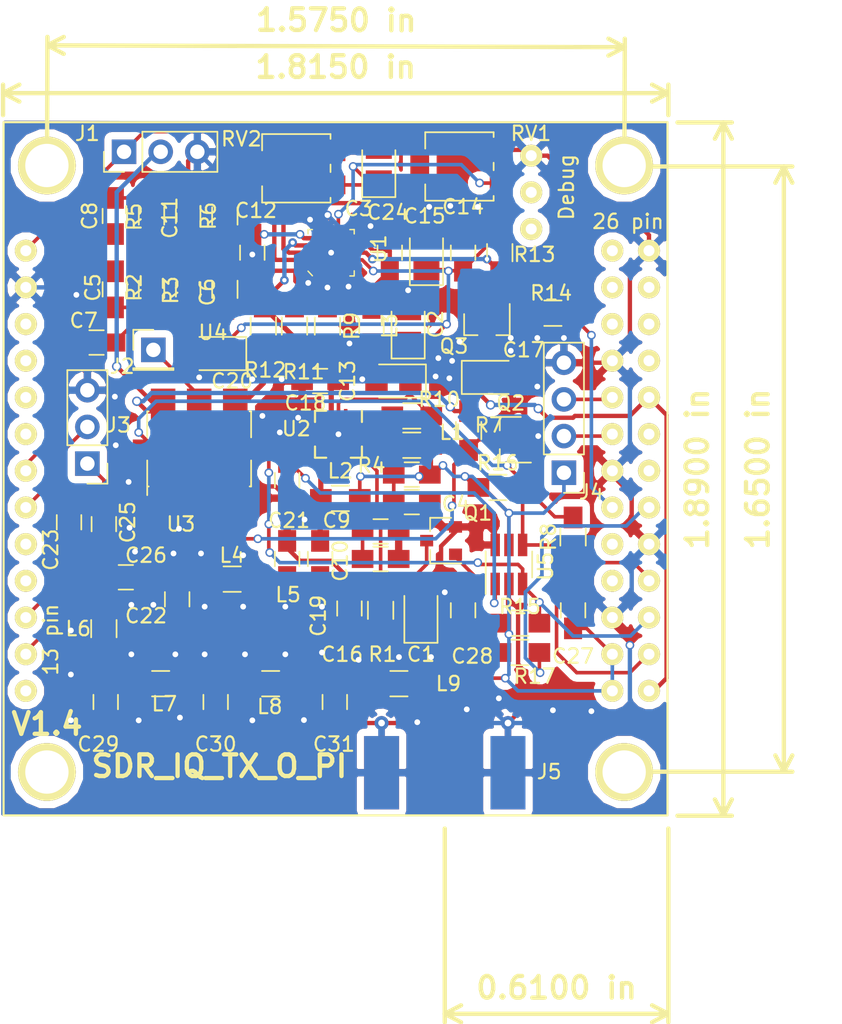
<source format=kicad_pcb>
(kicad_pcb (version 4) (host pcbnew 4.0.7-e2-6376~61~ubuntu18.04.1)
  (layers (0 F.Cu signal) (31 B.Cu signal) (34 B.Paste user) (35 F.Paste user) (36 B.SilkS user) (37 F.SilkS user) (38 B.Mask user) (39 F.Mask user) (44 Edge.Cuts user))
  (net 0 "")
  (net 1 +5V)
  (net 2 GND)
  (net 3 "Net-(C4-Pad2)")
  (net 4 "Net-(C5-Pad1)")
  (net 5 "Net-(C5-Pad2)")
  (net 6 "Net-(C6-Pad1)")
  (net 7 "Net-(C7-Pad1)")
  (net 8 "Net-(C8-Pad1)")
  (net 9 "Net-(C8-Pad2)")
  (net 10 "Net-(C11-Pad1)")
  (net 11 "Net-(C12-Pad1)")
  (net 12 +3V3)
  (net 13 "Net-(C18-Pad2)")
  (net 14 "Net-(C19-Pad1)")
  (net 15 "Net-(C19-Pad2)")
  (net 16 PDet)
  (net 17 "Net-(C22-Pad2)")
  (net 18 "Net-(C23-Pad1)")
  (net 19 "Net-(C23-Pad2)")
  (net 20 "Net-(C24-Pad2)")
  (net 21 "Net-(C25-Pad1)")
  (net 22 "Net-(C25-Pad2)")
  (net 23 "Net-(C26-Pad1)")
  (net 24 "Net-(C29-Pad2)")
  (net 25 "Net-(C30-Pad2)")
  (net 26 "Net-(C31-Pad2)")
  (net 27 "Net-(J2-Pad1)")
  (net 28 "Net-(J4-Pad2)")
  (net 29 "Net-(J4-Pad3)")
  (net 30 "Net-(J5-Pad1)")
  (net 31 PA01)
  (net 32 "Net-(Q1-Pad3)")
  (net 33 "Net-(Q2-Pad1)")
  (net 34 "Net-(Q2-Pad3)")
  (net 35 "Net-(Q3-Pad1)")
  (net 36 "Net-(Q3-Pad3)")
  (net 37 "Net-(R4-Pad1)")
  (net 38 PA06)
  (net 39 "Net-(R9-Pad1)")
  (net 40 "Net-(R11-Pad2)")
  (net 41 "Net-(R10-Pad1)")
  (net 42 "Net-(R12-Pad2)")
  (net 43 PA07)
  (net 44 SLC)
  (net 45 SDA)
  (net 46 "Net-(RV1-Pad2)")
  (net 47 "Net-(RV2-Pad2)")
  (net 48 "Net-(Q1-Pad1)")
  (module Capacitors_Tantalum_SMD:CP_Tantalum_Case-R_EIA-2012-12_Reflow (layer F.Cu) (at 177.419 90.805 90)
    (fp_text reference C1 (at -3.048 0 360) (layer F.SilkS))
    (fp_text value "1uF 16V")
    (pad 1 smd rect (at -1.175 0 90) (size 1.55 1.8) (layers F.Cu F.Paste F.Mask) (net 1 +5V))
    (pad 2 smd rect (at 1.175 0 90) (size 1.55 1.8) (layers F.Cu F.Paste F.Mask) (net 2 GND))
  )
  (module Capacitors_Tantalum_SMD:CP_Tantalum_Case-R_EIA-2012-12_Reflow (layer F.Cu) (at 176.53 71.12 90)
    (fp_text reference C2 (at 0.127 1.905 90) (layer F.SilkS))
    (fp_text value "1uF 16V")
    (pad 1 smd rect (at -1.175 0 90) (size 1.55 1.8) (layers F.Cu F.Paste F.Mask) (net 1 +5V))
    (pad 2 smd rect (at 1.175 0 90) (size 1.55 1.8) (layers F.Cu F.Paste F.Mask) (net 2 GND))
  )
  (module Capacitors_Tantalum_SMD:CP_Tantalum_Case-R_EIA-2012-12_Reflow (layer F.Cu) (at 174.498 59.944 90)
    (fp_text reference C3 (at -3.048 -1.397 180) (layer F.SilkS))
    (fp_text value "1uF 16V")
    (pad 1 smd rect (at -1.175 0 90) (size 1.55 1.8) (layers F.Cu F.Paste F.Mask) (net 1 +5V))
    (pad 2 smd rect (at 1.175 0 90) (size 1.55 1.8) (layers F.Cu F.Paste F.Mask) (net 2 GND))
  )
  (module Capacitors_SMD:C_0805_HandSoldering (layer F.Cu) (at 176.784 83.312 180)
    (fp_text reference C4 (at -3.048 -0.127 180) (layer F.SilkS))
    (fp_text value 3.3pF)
    (pad 1 smd rect (at -1.25 0 180) (size 1.5 1.25) (layers F.Cu F.Paste F.Mask) (net 2 GND))
    (pad 2 smd rect (at 1.25 0 180) (size 1.5 1.25) (layers F.Cu F.Paste F.Mask) (net 3 "Net-(C4-Pad2)"))
  )
  (module Capacitors_SMD:C_0805_HandSoldering (layer F.Cu) (at 156.21 68.58 270)
    (fp_text reference C5 (at -0.127 1.524 270) (layer F.SilkS))
    (fp_text value "10uF 16V")
    (pad 1 smd rect (at -1.25 0 270) (size 1.5 1.25) (layers F.Cu F.Paste F.Mask) (net 4 "Net-(C5-Pad1)"))
    (pad 2 smd rect (at 1.25 0 270) (size 1.5 1.25) (layers F.Cu F.Paste F.Mask) (net 5 "Net-(C5-Pad2)"))
  )
  (module Capacitors_SMD:C_0805_HandSoldering (layer F.Cu) (at 161.29 68.58 270)
    (fp_text reference C6 (at 0.1905 -1.3335 270) (layer F.SilkS))
    (fp_text value 2200pF)
    (pad 1 smd rect (at -1.25 0 270) (size 1.5 1.25) (layers F.Cu F.Paste F.Mask) (net 6 "Net-(C6-Pad1)"))
    (pad 2 smd rect (at 1.25 0 270) (size 1.5 1.25) (layers F.Cu F.Paste F.Mask) (net 2 GND))
  )
  (module Capacitors_SMD:C_0805_HandSoldering (layer F.Cu) (at 154.94 72.263 180)
    (fp_text reference C7 (at 0.889 1.524 180) (layer F.SilkS))
    (fp_text value 2200pF)
    (pad 1 smd rect (at -1.25 0 180) (size 1.5 1.25) (layers F.Cu F.Paste F.Mask) (net 7 "Net-(C7-Pad1)"))
    (pad 2 smd rect (at 1.25 0 180) (size 1.5 1.25) (layers F.Cu F.Paste F.Mask) (net 2 GND))
  )
  (module Capacitors_SMD:C_0805_HandSoldering (layer F.Cu) (at 156.21 63.5 90)
    (fp_text reference C8 (at 0 -1.75 90) (layer F.SilkS))
    (fp_text value "10uF 16V")
    (pad 1 smd rect (at -1.25 0 90) (size 1.5 1.25) (layers F.Cu F.Paste F.Mask) (net 8 "Net-(C8-Pad1)"))
    (pad 2 smd rect (at 1.25 0 90) (size 1.5 1.25) (layers F.Cu F.Paste F.Mask) (net 9 "Net-(C8-Pad2)"))
  )
  (module Capacitors_SMD:C_0805_HandSoldering (layer F.Cu) (at 174.625 85.344 180)
    (fp_text reference C9 (at 3.048 0.762 360) (layer F.SilkS))
    (fp_text value 1nF)
    (pad 1 smd rect (at -1.25 0 180) (size 1.5 1.25) (layers F.Cu F.Paste F.Mask) (net 2 GND))
    (pad 2 smd rect (at 1.25 0 180) (size 1.5 1.25) (layers F.Cu F.Paste F.Mask) (net 1 +5V))
  )
  (module Capacitors_SMD:C_0805_HandSoldering (layer F.Cu) (at 174.625 87.249)
    (fp_text reference C10 (at -2.794 0.127 90) (layer F.SilkS))
    (fp_text value "4.7uF 16V")
    (pad 1 smd rect (at -1.25 0) (size 1.5 1.25) (layers F.Cu F.Paste F.Mask) (net 1 +5V))
    (pad 2 smd rect (at 1.25 0) (size 1.5 1.25) (layers F.Cu F.Paste F.Mask) (net 2 GND))
  )
  (module Capacitors_SMD:C_0805_HandSoldering (layer F.Cu) (at 161.29 63.5 90)
    (fp_text reference C11 (at -0.127 -1.27 90) (layer F.SilkS))
    (fp_text value 2200pF)
    (pad 1 smd rect (at -1.25 0 90) (size 1.5 1.25) (layers F.Cu F.Paste F.Mask) (net 10 "Net-(C11-Pad1)"))
    (pad 2 smd rect (at 1.25 0 90) (size 1.5 1.25) (layers F.Cu F.Paste F.Mask) (net 2 GND))
  )
  (module Capacitors_SMD:C_0805_HandSoldering (layer F.Cu) (at 165.735 66.04 270)
    (fp_text reference C12 (at -2.921 -0.254 360) (layer F.SilkS))
    (fp_text value 2200pF)
    (pad 1 smd rect (at -1.25 0 270) (size 1.5 1.25) (layers F.Cu F.Paste F.Mask) (net 11 "Net-(C12-Pad1)"))
    (pad 2 smd rect (at 1.25 0 270) (size 1.5 1.25) (layers F.Cu F.Paste F.Mask) (net 2 GND))
  )
  (module Capacitors_Tantalum_SMD:CP_Tantalum_Case-R_EIA-2012-12_Reflow (layer F.Cu) (at 175.514 74.93 180)
    (fp_text reference C13 (at 3.175 0 450) (layer F.SilkS))
    (fp_text value "1uF 16V")
    (pad 1 smd rect (at -1.175 0 180) (size 1.55 1.8) (layers F.Cu F.Paste F.Mask) (net 1 +5V))
    (pad 2 smd rect (at 1.175 0 180) (size 1.55 1.8) (layers F.Cu F.Paste F.Mask) (net 2 GND))
  )
  (module Capacitors_SMD:C_0805_HandSoldering (layer F.Cu) (at 180.34 66.04 270)
    (fp_text reference C14 (at -3.175 0 360) (layer F.SilkS))
    (fp_text value 1nF)
    (pad 1 smd rect (at -1.25 0 270) (size 1.5 1.25) (layers F.Cu F.Paste F.Mask) (net 2 GND))
    (pad 2 smd rect (at 1.25 0 270) (size 1.5 1.25) (layers F.Cu F.Paste F.Mask) (net 1 +5V))
  )
  (module Capacitors_Tantalum_SMD:CP_Tantalum_Case-R_EIA-2012-12_Reflow (layer F.Cu) (at 177.8 66.04 90)
    (fp_text reference C15 (at 2.54 -0.127 180) (layer F.SilkS))
    (fp_text value "1uF 16V")
    (pad 1 smd rect (at -1.175 0 90) (size 1.55 1.8) (layers F.Cu F.Paste F.Mask) (net 1 +5V))
    (pad 2 smd rect (at 1.175 0 90) (size 1.55 1.8) (layers F.Cu F.Paste F.Mask) (net 2 GND))
  )
  (module Capacitors_SMD:C_0805_HandSoldering (layer F.Cu) (at 172.466 90.678 270)
    (fp_text reference C16 (at 3.175 0.508 360) (layer F.SilkS))
    (fp_text value 100pF)
    (pad 1 smd rect (at -1.25 0 270) (size 1.5 1.25) (layers F.Cu F.Paste F.Mask) (net 2 GND))
    (pad 2 smd rect (at 1.25 0 270) (size 1.5 1.25) (layers F.Cu F.Paste F.Mask) (net 1 +5V))
  )
  (module Capacitors_Tantalum_SMD:CP_Tantalum_Case-R_EIA-2012-12_Reflow (layer F.Cu) (at 182.499 74.676)
    (fp_text reference C17 (at 2.032 -1.905) (layer F.SilkS))
    (fp_text value "1uF 16V")
    (pad 1 smd rect (at -1.175 0) (size 1.55 1.8) (layers F.Cu F.Paste F.Mask) (net 12 +3V3))
    (pad 2 smd rect (at 1.175 0) (size 1.55 1.8) (layers F.Cu F.Paste F.Mask) (net 2 GND))
  )
  (module Capacitors_SMD:C_0805_HandSoldering (layer F.Cu) (at 170.434 74.93)
    (fp_text reference C18 (at -1.016 1.524 180) (layer F.SilkS))
    (fp_text value 27pF)
    (pad 1 smd rect (at -1.25 0) (size 1.5 1.25) (layers F.Cu F.Paste F.Mask) (net 2 GND))
    (pad 2 smd rect (at 1.25 0) (size 1.5 1.25) (layers F.Cu F.Paste F.Mask) (net 13 "Net-(C18-Pad2)"))
  )
  (module Capacitors_SMD:C_0805_HandSoldering (layer F.Cu) (at 170.434 87.249 90)
    (fp_text reference C19 (at -3.937 -0.127 90) (layer F.SilkS))
    (fp_text value 220pF)
    (pad 1 smd rect (at -1.25 0 90) (size 1.5 1.25) (layers F.Cu F.Paste F.Mask) (net 14 "Net-(C19-Pad1)"))
    (pad 2 smd rect (at 1.25 0 90) (size 1.5 1.25) (layers F.Cu F.Paste F.Mask) (net 15 "Net-(C19-Pad2)"))
  )
  (module Capacitors_Tantalum_SMD:CP_Tantalum_Case-R_EIA-2012-12_Reflow (layer F.Cu) (at 163.068 73.025 180)
    (fp_text reference C20 (at -1.27 -1.905 180) (layer F.SilkS))
    (fp_text value "1uF 16V")
    (pad 1 smd rect (at -1.175 0 180) (size 1.55 1.8) (layers F.Cu F.Paste F.Mask) (net 1 +5V))
    (pad 2 smd rect (at 1.175 0 180) (size 1.55 1.8) (layers F.Cu F.Paste F.Mask) (net 2 GND))
  )
  (module Capacitors_SMD:C_0805_HandSoldering (layer F.Cu) (at 168.148 81.788 90)
    (fp_text reference C21 (at -2.794 0.127 180) (layer F.SilkS))
    (fp_text value 100pF)
    (pad 1 smd rect (at -1.25 0 90) (size 1.5 1.25) (layers F.Cu F.Paste F.Mask) (net 2 GND))
    (pad 2 smd rect (at 1.25 0 90) (size 1.5 1.25) (layers F.Cu F.Paste F.Mask) (net 16 PDet))
  )
  (module Capacitors_SMD:C_0805_HandSoldering (layer F.Cu) (at 160.528 90.043 90)
    (fp_text reference C22 (at -1.143 -2.159 180) (layer F.SilkS))
    (fp_text value 33pF)
    (pad 1 smd rect (at -1.25 0 90) (size 1.5 1.25) (layers F.Cu F.Paste F.Mask) (net 2 GND))
    (pad 2 smd rect (at 1.25 0 90) (size 1.5 1.25) (layers F.Cu F.Paste F.Mask) (net 17 "Net-(C22-Pad2)"))
  )
  (module Capacitors_SMD:C_0805_HandSoldering (layer F.Cu) (at 153.035 84.709 270)
    (fp_text reference C23 (at 1.905 1.27 270) (layer F.SilkS))
    (fp_text value "10uF 16V")
    (pad 1 smd rect (at -1.25 0 270) (size 1.5 1.25) (layers F.Cu F.Paste F.Mask) (net 18 "Net-(C23-Pad1)"))
    (pad 2 smd rect (at 1.25 0 270) (size 1.5 1.25) (layers F.Cu F.Paste F.Mask) (net 19 "Net-(C23-Pad2)"))
  )
  (module Capacitors_SMD:C_0805_HandSoldering (layer F.Cu) (at 175.26 66.04 270)
    (fp_text reference C24 (at -2.794 0.127 360) (layer F.SilkS))
    (fp_text value 15pF)
    (pad 1 smd rect (at -1.25 0 270) (size 1.5 1.25) (layers F.Cu F.Paste F.Mask) (net 2 GND))
    (pad 2 smd rect (at 1.25 0 270) (size 1.5 1.25) (layers F.Cu F.Paste F.Mask) (net 20 "Net-(C24-Pad2)"))
  )
  (module Capacitors_SMD:C_0805_HandSoldering (layer F.Cu) (at 155.448 84.836 270)
    (fp_text reference C25 (at -0.127 -1.651 270) (layer F.SilkS))
    (fp_text value "10uF 16V")
    (pad 1 smd rect (at -1.25 0 270) (size 1.5 1.25) (layers F.Cu F.Paste F.Mask) (net 21 "Net-(C25-Pad1)"))
    (pad 2 smd rect (at 1.25 0 270) (size 1.5 1.25) (layers F.Cu F.Paste F.Mask) (net 22 "Net-(C25-Pad2)"))
  )
  (module Capacitors_SMD:C_0805_HandSoldering (layer F.Cu) (at 156.972 88.519)
    (fp_text reference C26 (at 1.397 -1.524 180) (layer F.SilkS))
    (fp_text value 220pF)
    (pad 1 smd rect (at -1.25 0) (size 1.5 1.25) (layers F.Cu F.Paste F.Mask) (net 23 "Net-(C26-Pad1)"))
    (pad 2 smd rect (at 1.25 0) (size 1.5 1.25) (layers F.Cu F.Paste F.Mask) (net 17 "Net-(C22-Pad2)"))
  )
  (module Capacitors_SMD:C_0805_HandSoldering (layer F.Cu) (at 187.96 90.805 270)
    (fp_text reference C27 (at 3.175 0 360) (layer F.SilkS))
    (fp_text value 100nF)
    (pad 1 smd rect (at -1.25 0 270) (size 1.5 1.25) (layers F.Cu F.Paste F.Mask) (net 2 GND))
    (pad 2 smd rect (at 1.25 0 270) (size 1.5 1.25) (layers F.Cu F.Paste F.Mask) (net 1 +5V))
  )
  (module Capacitors_SMD:C_0805_HandSoldering (layer F.Cu) (at 180.34 90.805 90)
    (fp_text reference C28 (at -3.175 0.635 180) (layer F.SilkS))
    (fp_text value "10uF 16V")
    (pad 1 smd rect (at -1.25 0 90) (size 1.5 1.25) (layers F.Cu F.Paste F.Mask) (net 1 +5V))
    (pad 2 smd rect (at 1.25 0 90) (size 1.5 1.25) (layers F.Cu F.Paste F.Mask) (net 2 GND))
  )
  (module Capacitors_SMD:C_0805_HandSoldering (layer F.Cu) (at 155.575 97.155 90)
    (fp_text reference C29 (at -2.921 -0.508 180) (layer F.SilkS))
    (fp_text value 33pF)
    (pad 1 smd rect (at -1.25 0 90) (size 1.5 1.25) (layers F.Cu F.Paste F.Mask) (net 2 GND))
    (pad 2 smd rect (at 1.25 0 90) (size 1.5 1.25) (layers F.Cu F.Paste F.Mask) (net 24 "Net-(C29-Pad2)"))
  )
  (module Capacitors_SMD:C_0805_HandSoldering (layer F.Cu) (at 163.195 97.155 90)
    (fp_text reference C30 (at -2.921 0 180) (layer F.SilkS))
    (fp_text value 33pF)
    (pad 1 smd rect (at -1.25 0 90) (size 1.5 1.25) (layers F.Cu F.Paste F.Mask) (net 2 GND))
    (pad 2 smd rect (at 1.25 0 90) (size 1.5 1.25) (layers F.Cu F.Paste F.Mask) (net 25 "Net-(C30-Pad2)"))
  )
  (module Capacitors_SMD:C_0805_HandSoldering (layer F.Cu) (at 171.45 97.155 90)
    (fp_text reference C31 (at -2.921 -0.0635 180) (layer F.SilkS))
    (fp_text value 33pF)
    (pad 1 smd rect (at -1.25 0 90) (size 1.5 1.25) (layers F.Cu F.Paste F.Mask) (net 2 GND))
    (pad 2 smd rect (at 1.25 0 90) (size 1.5 1.25) (layers F.Cu F.Paste F.Mask) (net 26 "Net-(C31-Pad2)"))
  )
  (module Pin_Headers:Pin_Header_Straight_1x03_Pitch2.54mm (layer F.Cu) (at 156.845 59.055 90)
    (fp_text reference J1 (at 1.27 -2.54 180) (layer F.SilkS))
    (fp_text value CONN_01X03)
    (pad 1 thru_hole rect (at 0 0 90) (size 1.7 1.7) (drill 1) (layers *.Cu *.Mask) (net 1 +5V))
    (pad 2 thru_hole oval (at 0 2.54 90) (size 1.7 1.7) (drill 1) (layers *.Cu *.Mask) (net 12 +3V3))
    (pad 3 thru_hole oval (at 0 5.08 90) (size 1.7 1.7) (drill 1) (layers *.Cu *.Mask) (net 2 GND))
  )
  (module Pin_Headers:Pin_Header_Straight_1x01_Pitch2.54mm (layer F.Cu) (at 158.877 72.771)
    (fp_text reference J2 (at -2.159 1.143) (layer F.SilkS))
    (fp_text value TEST_1P)
    (pad 1 thru_hole rect (at 0 0) (size 1.7 1.7) (drill 1) (layers *.Cu *.Mask) (net 27 "Net-(J2-Pad1)"))
  )
  (module Pin_Headers:Pin_Header_Straight_1x03_Pitch2.54mm (layer F.Cu) (at 154.305 80.645 180)
    (fp_text reference J3 (at -2.159 2.667 180) (layer F.SilkS))
    (fp_text value Audio-Jack-3)
    (pad 1 thru_hole rect (at 0 0 180) (size 1.7 1.7) (drill 1) (layers *.Cu *.Mask) (net 21 "Net-(C25-Pad1)"))
    (pad 2 thru_hole oval (at 0 2.54 180) (size 1.7 1.7) (drill 1) (layers *.Cu *.Mask) (net 18 "Net-(C23-Pad1)"))
    (pad 3 thru_hole oval (at 0 5.08 180) (size 1.7 1.7) (drill 1) (layers *.Cu *.Mask) (net 2 GND))
  )
  (module Pin_Headers:Pin_Header_Straight_1x04_Pitch2.54mm (layer F.Cu) (at 187.325 81.28 180)
    (fp_text reference J4 (at -1.905 -1.3335 180) (layer F.SilkS))
    (fp_text value CONN_01X04)
    (pad 1 thru_hole rect (at 0 0 180) (size 1.7 1.7) (drill 1) (layers *.Cu *.Mask) (net 1 +5V))
    (pad 2 thru_hole oval (at 0 2.54 180) (size 1.7 1.7) (drill 1) (layers *.Cu *.Mask) (net 28 "Net-(J4-Pad2)"))
    (pad 3 thru_hole oval (at 0 5.08 180) (size 1.7 1.7) (drill 1) (layers *.Cu *.Mask) (net 29 "Net-(J4-Pad3)"))
    (pad 4 thru_hole oval (at 0 7.62 180) (size 1.7 1.7) (drill 1) (layers *.Cu *.Mask) (net 2 GND))
  )
  (module Connectors_Molex:Molex_SMA_Jack_Edge_Mount (layer F.Cu) (at 179.07 100.33 90)
    (fp_text reference J5 (at -1.651 7.239 180) (layer F.SilkS))
    (fp_text value "SMA Edge FM")
    (pad 1 smd rect (at -1.72 0 90) (size 5.08 2.29) (layers F.Cu F.Paste F.Mask) (net 30 "Net-(J5-Pad1)"))
    (pad 2 smd rect (at -1.72 -4.38 90) (size 5.08 2.42) (layers F.Cu F.Paste F.Mask) (net 2 GND))
    (pad 2 smd rect (at -1.72 4.38 90) (size 5.08 2.42) (layers F.Cu F.Paste F.Mask) (net 2 GND))
    (pad 2 smd rect (at -1.72 -4.38 90) (size 5.08 2.42) (layers B.Cu B.Paste B.Mask) (net 2 GND))
    (pad 2 smd rect (at -1.72 4.38 90) (size 5.08 2.42) (layers B.Cu B.Paste B.Mask) (net 2 GND))
    (pad 2 thru_hole circle (at 1.72 -4.38 90) (size 0.97 0.97) (drill 0.46) (layers *.Cu) (net 2 GND))
    (pad 2 thru_hole circle (at 1.72 4.38 90) (size 0.97 0.97) (drill 0.46) (layers *.Cu) (net 2 GND))
    (pad 2 smd rect (at 1.27 -4.38 90) (size 0.89 0.46) (layers F.Cu) (net 2 GND))
    (pad 2 smd rect (at 1.27 4.38 90) (size 0.89 0.46) (layers F.Cu) (net 2 GND))
    (pad 2 smd rect (at 1.27 -4.38 90) (size 0.89 0.46) (layers B.Cu) (net 2 GND))
    (pad 2 smd rect (at 1.27 4.38 90) (size 0.89 0.46) (layers B.Cu) (net 2 GND))
  )
  (module Capacitors_SMD:C_0805_HandSoldering (layer F.Cu) (at 176.784 81.407 180)
    (fp_text reference L1 (at -2.794 2.921 180) (layer F.SilkS))
    (fp_text value 33nF)
    (pad 1 smd rect (at -1.25 0 180) (size 1.5 1.25) (layers F.Cu F.Paste F.Mask) (net 1 +5V))
    (pad 2 smd rect (at 1.25 0 180) (size 1.5 1.25) (layers F.Cu F.Paste F.Mask) (net 3 "Net-(C4-Pad2)"))
  )
  (module Inductors_SMD:L_0805_HandSoldering (layer F.Cu) (at 171.831 83.058 180)
    (fp_text reference L2 (at 0 1.905 180) (layer F.SilkS))
    (fp_text value 33nH)
    (pad 1 smd rect (at -1.35 0 180) (size 1.5 1.3) (layers F.Cu F.Paste F.Mask) (net 1 +5V))
    (pad 2 smd rect (at 1.35 0 180) (size 1.5 1.3) (layers F.Cu F.Paste F.Mask) (net 15 "Net-(C19-Pad2)"))
  )
  (module Capacitors_SMD:C_0805_HandSoldering (layer F.Cu) (at 173.99 71.12 90)
    (fp_text reference L3 (at 0 1.27 90) (layer F.SilkS))
    (fp_text value 22nF)
    (pad 1 smd rect (at -1.25 0 90) (size 1.5 1.25) (layers F.Cu F.Paste F.Mask) (net 13 "Net-(C18-Pad2)"))
    (pad 2 smd rect (at 1.25 0 90) (size 1.5 1.25) (layers F.Cu F.Paste F.Mask) (net 20 "Net-(C24-Pad2)"))
  )
  (module Inductors_SMD:L_0805_HandSoldering (layer F.Cu) (at 164.338 88.646 180)
    (fp_text reference L4 (at 0 1.651 180) (layer F.SilkS))
    (fp_text value 33nH)
    (pad 1 smd rect (at -1.35 0 180) (size 1.5 1.3) (layers F.Cu F.Paste F.Mask) (net 14 "Net-(C19-Pad1)"))
    (pad 2 smd rect (at 1.35 0 180) (size 1.5 1.3) (layers F.Cu F.Paste F.Mask) (net 17 "Net-(C22-Pad2)"))
  )
  (module Capacitors_SMD:C_0805_HandSoldering (layer F.Cu) (at 168.148 87.249 90)
    (fp_text reference L5 (at -2.4765 0.0635 180) (layer F.SilkS))
    (fp_text value 33nF)
    (pad 1 smd rect (at -1.25 0 90) (size 1.5 1.25) (layers F.Cu F.Paste F.Mask) (net 14 "Net-(C19-Pad1)"))
    (pad 2 smd rect (at 1.25 0 90) (size 1.5 1.25) (layers F.Cu F.Paste F.Mask) (net 2 GND))
  )
  (module Inductors_SMD:L_0805_HandSoldering (layer F.Cu) (at 155.448 92.075 90)
    (fp_text reference L6 (at 0 -1.778 360) (layer F.SilkS))
    (fp_text value 56nH)
    (pad 1 smd rect (at -1.35 0 90) (size 1.5 1.3) (layers F.Cu F.Paste F.Mask) (net 24 "Net-(C29-Pad2)"))
    (pad 2 smd rect (at 1.35 0 90) (size 1.5 1.3) (layers F.Cu F.Paste F.Mask) (net 23 "Net-(C26-Pad1)"))
  )
  (module Inductors_SMD:L_0805_HandSoldering (layer F.Cu) (at 159.385 95.885 180)
    (fp_text reference L7 (at -0.254 -1.397 180) (layer F.SilkS))
    (fp_text value 110nH)
    (pad 1 smd rect (at -1.35 0 180) (size 1.5 1.3) (layers F.Cu F.Paste F.Mask) (net 25 "Net-(C30-Pad2)"))
    (pad 2 smd rect (at 1.35 0 180) (size 1.5 1.3) (layers F.Cu F.Paste F.Mask) (net 24 "Net-(C29-Pad2)"))
  )
  (module Inductors_SMD:L_0805_HandSoldering (layer F.Cu) (at 167.005 95.885 180)
    (fp_text reference L8 (at 0.0635 -1.5875 180) (layer F.SilkS))
    (fp_text value 110nH)
    (pad 1 smd rect (at -1.35 0 180) (size 1.5 1.3) (layers F.Cu F.Paste F.Mask) (net 26 "Net-(C31-Pad2)"))
    (pad 2 smd rect (at 1.35 0 180) (size 1.5 1.3) (layers F.Cu F.Paste F.Mask) (net 25 "Net-(C30-Pad2)"))
  )
  (module Inductors_SMD:L_0805_HandSoldering (layer F.Cu) (at 175.895 95.885 180)
    (fp_text reference L9 (at -3.429 0 180) (layer F.SilkS))
    (fp_text value 56nH)
    (pad 1 smd rect (at -1.35 0 180) (size 1.5 1.3) (layers F.Cu F.Paste F.Mask) (net 30 "Net-(J5-Pad1)"))
    (pad 2 smd rect (at 1.35 0 180) (size 1.5 1.3) (layers F.Cu F.Paste F.Mask) (net 26 "Net-(C31-Pad2)"))
  )
  (module TO_SOT_Packages_SMD:SOT-23 (layer F.Cu) (at 178.816 85.979 180)
    (fp_text reference Q1 (at -2.54 1.905 180) (layer F.SilkS))
    (fp_text value BC817-40)
    (pad 1 smd rect (at -1 -0.95 180) (size 0.9 0.8) (layers F.Cu F.Paste F.Mask) (net 48 "Net-(Q1-Pad1)"))
    (pad 2 smd rect (at -1 0.95 180) (size 0.9 0.8) (layers F.Cu F.Paste F.Mask) (net 2 GND))
    (pad 3 smd rect (at 1 0 180) (size 0.9 0.8) (layers F.Cu F.Paste F.Mask) (net 32 "Net-(Q1-Pad3)"))
  )
  (module TO_SOT_Packages_SMD:SOT-23 (layer F.Cu) (at 183.642 78.994 180)
    (fp_text reference Q2 (at 0 2.54 180) (layer F.SilkS))
    (fp_text value BC817-40)
    (pad 1 smd rect (at -1 -0.95 180) (size 0.9 0.8) (layers F.Cu F.Paste F.Mask) (net 33 "Net-(Q2-Pad1)"))
    (pad 2 smd rect (at -1 0.95 180) (size 0.9 0.8) (layers F.Cu F.Paste F.Mask) (net 2 GND))
    (pad 3 smd rect (at 1 0 180) (size 0.9 0.8) (layers F.Cu F.Paste F.Mask) (net 34 "Net-(Q2-Pad3)"))
  )
  (module TO_SOT_Packages_SMD:SOT-23 (layer F.Cu) (at 181.991 70.993 270)
    (fp_text reference Q3 (at 1.524 2.286 360) (layer F.SilkS))
    (fp_text value BC817-40)
    (pad 1 smd rect (at -1 -0.95 270) (size 0.9 0.8) (layers F.Cu F.Paste F.Mask) (net 35 "Net-(Q3-Pad1)"))
    (pad 2 smd rect (at -1 0.95 270) (size 0.9 0.8) (layers F.Cu F.Paste F.Mask) (net 2 GND))
    (pad 3 smd rect (at 1 0 270) (size 0.9 0.8) (layers F.Cu F.Paste F.Mask) (net 36 "Net-(Q3-Pad3)"))
  )
  (module Resistors_SMD:R_0805_HandSoldering (layer F.Cu) (at 174.625 90.805 270)
    (fp_text reference R1 (at 3.048 -0.127 360) (layer F.SilkS))
    (fp_text value 10k)
    (pad 1 smd rect (at -1.35 0 270) (size 1.5 1.3) (layers F.Cu F.Paste F.Mask) (net 32 "Net-(Q1-Pad3)"))
    (pad 2 smd rect (at 1.35 0 270) (size 1.5 1.3) (layers F.Cu F.Paste F.Mask) (net 1 +5V))
  )
  (module Resistors_SMD:R_0805_HandSoldering (layer F.Cu) (at 158.75 68.58 270)
    (fp_text reference R2 (at -0.127 1.2065 270) (layer F.SilkS))
    (fp_text value 1K)
    (pad 1 smd rect (at -1.35 0 270) (size 1.5 1.3) (layers F.Cu F.Paste F.Mask) (net 6 "Net-(C6-Pad1)"))
    (pad 2 smd rect (at 1.35 0 270) (size 1.5 1.3) (layers F.Cu F.Paste F.Mask) (net 5 "Net-(C5-Pad2)"))
  )
  (module Resistors_SMD:R_0805_HandSoldering (layer F.Cu) (at 163.83 68.58 90)
    (fp_text reference R3 (at -0.0635 -3.7465 90) (layer F.SilkS))
    (fp_text value 1K)
    (pad 1 smd rect (at -1.35 0 90) (size 1.5 1.3) (layers F.Cu F.Paste F.Mask) (net 7 "Net-(C7-Pad1)"))
    (pad 2 smd rect (at 1.35 0 90) (size 1.5 1.3) (layers F.Cu F.Paste F.Mask) (net 6 "Net-(C6-Pad1)"))
  )
  (module Resistors_SMD:R_0805_HandSoldering (layer F.Cu) (at 176.784 79.375)
    (fp_text reference R4 (at -2.794 1.397) (layer F.SilkS))
    (fp_text value 1k8)
    (pad 1 smd rect (at -1.35 0) (size 1.5 1.3) (layers F.Cu F.Paste F.Mask) (net 37 "Net-(R4-Pad1)"))
    (pad 2 smd rect (at 1.35 0) (size 1.5 1.3) (layers F.Cu F.Paste F.Mask) (net 1 +5V))
  )
  (module Resistors_SMD:R_0805_HandSoldering (layer F.Cu) (at 158.75 63.5 90)
    (fp_text reference R5 (at -0.0635 -1.2065 90) (layer F.SilkS))
    (fp_text value 1K)
    (pad 1 smd rect (at -1.35 0 90) (size 1.5 1.3) (layers F.Cu F.Paste F.Mask) (net 10 "Net-(C11-Pad1)"))
    (pad 2 smd rect (at 1.35 0 90) (size 1.5 1.3) (layers F.Cu F.Paste F.Mask) (net 9 "Net-(C8-Pad2)"))
  )
  (module Resistors_SMD:R_0805_HandSoldering (layer F.Cu) (at 163.83 63.5 270)
    (fp_text reference R6 (at 0 1.143 270) (layer F.SilkS))
    (fp_text value 1K)
    (pad 1 smd rect (at -1.35 0 270) (size 1.5 1.3) (layers F.Cu F.Paste F.Mask) (net 11 "Net-(C12-Pad1)"))
    (pad 2 smd rect (at 1.35 0 270) (size 1.5 1.3) (layers F.Cu F.Paste F.Mask) (net 10 "Net-(C11-Pad1)"))
  )
  (module Resistors_SMD:R_0805_HandSoldering (layer F.Cu) (at 180.721 78.359 90)
    (fp_text reference R7 (at 0.381 1.397 180) (layer F.SilkS))
    (fp_text value 6k8)
    (pad 1 smd rect (at -1.35 0 90) (size 1.5 1.3) (layers F.Cu F.Paste F.Mask) (net 34 "Net-(Q2-Pad3)"))
    (pad 2 smd rect (at 1.35 0 90) (size 1.5 1.3) (layers F.Cu F.Paste F.Mask) (net 12 +3V3))
  )
  (module Resistors_SMD:R_0805_HandSoldering (layer F.Cu) (at 187.96 85.725 90)
    (fp_text reference R8 (at 0 -1.7 90) (layer F.SilkS))
    (fp_text value 6k8)
    (pad 1 smd rect (at -1.35 0 90) (size 1.5 1.3) (layers F.Cu F.Paste F.Mask) (net 38 PA06))
    (pad 2 smd rect (at 1.35 0 90) (size 1.5 1.3) (layers F.Cu F.Paste F.Mask) (net 33 "Net-(Q2-Pad1)"))
  )
  (module Resistors_SMD:R_0805_HandSoldering (layer F.Cu) (at 170.942 71.12 270)
    (fp_text reference R9 (at 0 -1.7 270) (layer F.SilkS))
    (fp_text value 0)
    (pad 1 smd rect (at -1.35 0 270) (size 1.5 1.3) (layers F.Cu F.Paste F.Mask) (net 39 "Net-(R9-Pad1)"))
    (pad 2 smd rect (at 1.35 0 270) (size 1.5 1.3) (layers F.Cu F.Paste F.Mask) (net 40 "Net-(R11-Pad2)"))
  )
  (module Resistors_SMD:R_0805_HandSoldering (layer F.Cu) (at 176.784 77.343)
    (fp_text reference R10 (at 1.905 -1.143) (layer F.SilkS))
    (fp_text value 2k2)
    (pad 1 smd rect (at -1.35 0) (size 1.5 1.3) (layers F.Cu F.Paste F.Mask) (net 41 "Net-(R10-Pad1)"))
    (pad 2 smd rect (at 1.35 0) (size 1.5 1.3) (layers F.Cu F.Paste F.Mask) (net 1 +5V))
  )
  (module Resistors_SMD:R_0805_HandSoldering (layer F.Cu) (at 168.656 71.12 270)
    (fp_text reference R11 (at 3.175 -0.635 360) (layer F.SilkS))
    (fp_text value OC)
    (pad 1 smd rect (at -1.35 0 270) (size 1.5 1.3) (layers F.Cu F.Paste F.Mask) (net 2 GND))
    (pad 2 smd rect (at 1.35 0 270) (size 1.5 1.3) (layers F.Cu F.Paste F.Mask) (net 40 "Net-(R11-Pad2)"))
  )
  (module Resistors_SMD:R_0805_HandSoldering (layer F.Cu) (at 166.497 71.12 270)
    (fp_text reference R12 (at 3.048 -0.127 360) (layer F.SilkS))
    (fp_text value 0)
    (pad 1 smd rect (at -1.35 0 270) (size 1.5 1.3) (layers F.Cu F.Paste F.Mask) (net 40 "Net-(R11-Pad2)"))
    (pad 2 smd rect (at 1.35 0 270) (size 1.5 1.3) (layers F.Cu F.Paste F.Mask) (net 42 "Net-(R12-Pad2)"))
  )
  (module Resistors_SMD:R_0805_HandSoldering (layer F.Cu) (at 182.88 66.04 270)
    (fp_text reference R13 (at 0.127 -2.413 540) (layer F.SilkS))
    (fp_text value 10k)
    (pad 1 smd rect (at -1.35 0 270) (size 1.5 1.3) (layers F.Cu F.Paste F.Mask) (net 1 +5V))
    (pad 2 smd rect (at 1.35 0 270) (size 1.5 1.3) (layers F.Cu F.Paste F.Mask) (net 36 "Net-(Q3-Pad3)"))
  )
  (module Resistors_SMD:R_0805_HandSoldering (layer F.Cu) (at 186.563 70.231 180)
    (fp_text reference R14 (at 0.127 1.397 360) (layer F.SilkS))
    (fp_text value 6k8)
    (pad 1 smd rect (at -1.35 0 180) (size 1.5 1.3) (layers F.Cu F.Paste F.Mask) (net 43 PA07))
    (pad 2 smd rect (at 1.35 0 180) (size 1.5 1.3) (layers F.Cu F.Paste F.Mask) (net 35 "Net-(Q3-Pad1)"))
  )
  (module Resistors_SMD:R_0805_HandSoldering (layer F.Cu) (at 184.277 91.694)
    (fp_text reference R15 (at 0 -1.143) (layer F.SilkS))
    (fp_text value 6k5)
    (pad 1 smd rect (at -1.35 0) (size 1.5 1.3) (layers F.Cu F.Paste F.Mask) (net 1 +5V))
    (pad 2 smd rect (at 1.35 0) (size 1.5 1.3) (layers F.Cu F.Paste F.Mask) (net 44 SLC))
  )
  (module Resistors_SMD:R_0805_HandSoldering (layer F.Cu) (at 182.753 82.296)
    (fp_text reference R16 (at 0 -1.7) (layer F.SilkS))
    (fp_text value 6k5)
    (pad 1 smd rect (at -1.35 0) (size 1.5 1.3) (layers F.Cu F.Paste F.Mask) (net 1 +5V))
    (pad 2 smd rect (at 1.35 0) (size 1.5 1.3) (layers F.Cu F.Paste F.Mask) (net 45 SDA))
  )
  (module Potentiometer_SMD:Potentiometer_Bourns_3314G_Vertical (layer F.Cu) (at 180.086 60.071 270)
    (fp_text reference RV1 (at -2.286 -4.953 360) (layer F.SilkS))
    (fp_text value 4k7)
    (pad 1 smd rect (at 1.15 -2.75 270) (size 1.3 1.3) (layers F.Cu F.Paste F.Mask) (net 1 +5V))
    (pad 2 smd rect (at 0 2.75 270) (size 2 1.3) (layers F.Cu F.Paste F.Mask) (net 46 "Net-(RV1-Pad2)"))
    (pad 3 smd rect (at -1.15 -2.75 270) (size 1.3 1.3) (layers F.Cu F.Paste F.Mask) (net 2 GND))
  )
  (module Potentiometer_SMD:Potentiometer_Bourns_3314G_Vertical (layer F.Cu) (at 168.783 60.198 270)
    (fp_text reference RV2 (at -2.032 3.81 360) (layer F.SilkS))
    (fp_text value 4k7)
    (pad 1 smd rect (at 1.15 -2.75 270) (size 1.3 1.3) (layers F.Cu F.Paste F.Mask) (net 1 +5V))
    (pad 2 smd rect (at 0 2.75 270) (size 2 1.3) (layers F.Cu F.Paste F.Mask) (net 47 "Net-(RV2-Pad2)"))
    (pad 3 smd rect (at -1.15 -2.75 270) (size 1.3 1.3) (layers F.Cu F.Paste F.Mask) (net 2 GND))
  )
  (module QFN-12-1EP_3x3mm:QFN-12-1EP_3x3mm_P0.5mm_EP1.65x1.65mm (layer F.Cu) (at 171.704 78.613 270)
    (fp_text reference U2 (at -0.381 2.921 360) (layer F.SilkS))
    (fp_text value MMZ09332BT1)
    (pad 1 smd rect (at -1.4 -0.5 270) (size 0.7 0.25) (layers F.Cu F.Paste F.Mask) (net 41 "Net-(R10-Pad1)"))
    (pad 2 smd rect (at -1.4 0 270) (size 0.7 0.25) (layers F.Cu F.Paste F.Mask) (net 1 +5V))
    (pad 3 smd rect (at -1.4 0.5 270) (size 0.7 0.25) (layers F.Cu F.Paste F.Mask) (net 13 "Net-(C18-Pad2)"))
    (pad 4 smd rect (at -0.5 1.4) (size 0.7 0.25) (layers F.Cu F.Paste F.Mask))
    (pad 5 smd rect (at 0 1.4) (size 0.7 0.25) (layers F.Cu F.Paste F.Mask))
    (pad 6 smd rect (at 0.5 1.4) (size 0.7 0.25) (layers F.Cu F.Paste F.Mask) (net 16 PDet))
    (pad 7 smd rect (at 1.4 0.5 270) (size 0.7 0.25) (layers F.Cu F.Paste F.Mask) (net 15 "Net-(C19-Pad2)"))
    (pad 8 smd rect (at 1.4 0 270) (size 0.7 0.25) (layers F.Cu F.Paste F.Mask) (net 15 "Net-(C19-Pad2)"))
    (pad 9 smd rect (at 1.4 -0.5 270) (size 0.7 0.25) (layers F.Cu F.Paste F.Mask) (net 15 "Net-(C19-Pad2)"))
    (pad 10 smd rect (at 0.5 -1.4) (size 0.7 0.25) (layers F.Cu F.Paste F.Mask) (net 32 "Net-(Q1-Pad3)"))
    (pad 11 smd rect (at 0 -1.4) (size 0.7 0.25) (layers F.Cu F.Paste F.Mask) (net 3 "Net-(C4-Pad2)"))
    (pad 12 smd rect (at -0.5 -1.4) (size 0.7 0.25) (layers F.Cu F.Paste F.Mask) (net 37 "Net-(R4-Pad1)"))
    (pad 13 smd rect (at 0 0 270) (size 1.65 1.65) (layers F.Cu F.Mask) (net 2 GND))
  )
  (module Oscillators:Oscillator_SMD_SI570_SI571_HandSoldering (layer F.Cu) (at 162.052 79.629)
    (fp_text reference U3 (at -1.27 5.207) (layer F.SilkS))
    (fp_text value Si570)
    (pad 1 smd rect (at -2.5 2.6) (size 1.7 3.15) (layers F.Cu F.Paste F.Mask))
    (pad 2 smd rect (at 0 2.6) (size 1.7 3.15) (layers F.Cu F.Paste F.Mask) (net 34 "Net-(Q2-Pad3)"))
    (pad 3 smd rect (at 2.5 2.6) (size 1.7 3.15) (layers F.Cu F.Paste F.Mask) (net 2 GND))
    (pad 4 smd rect (at 2.5 -2.6) (size 1.7 3.15) (layers F.Cu F.Paste F.Mask) (net 42 "Net-(R12-Pad2)"))
    (pad 5 smd rect (at 0 -2.6) (size 1.7 3.15) (layers F.Cu F.Paste F.Mask) (net 27 "Net-(J2-Pad1)"))
    (pad 6 smd rect (at -2.5 -2.6) (size 1.7 3.15) (layers F.Cu F.Paste F.Mask) (net 12 +3V3))
    (pad 7 smd rect (at -3.35 0) (size 2.5 1.3) (layers F.Cu F.Paste F.Mask) (net 45 SDA))
    (pad 8 smd rect (at 3.35 0) (size 2.55 1.3) (layers F.Cu F.Paste F.Mask) (net 44 SLC))
  )
  (module orangepi-zero:orangepi-zero (layer F.Cu) (at 148.5011 105.0036)
    (fp_text reference U4 (at 14.5034 -33.4391) (layer F.SilkS))
    (fp_text value "Orange Pi zero")
    (fp_text user Debug (at 39 -43.5 90) (layer F.SilkS))
    (fp_text user "26 pin" (at 43.2689 -41.1226) (layer F.SilkS))
    (fp_text user "13 pin" (at 3.2639 -12.1666 90) (layer F.SilkS))
    (pad "" thru_hole circle (at 43 -45) (size 4 4) (drill 3) (layers *.Cu *.Mask F.SilkS))
    (pad 1 thru_hole circle (at 1.54 -39.1) (size 1.524 1.524) (drill 0.762) (layers *.Cu *.Mask F.SilkS) (net 1 +5V))
    (pad 2 thru_hole circle (at 1.54 -36.56) (size 1.524 1.524) (drill 0.762) (layers *.Cu *.Mask F.SilkS) (net 2 GND))
    (pad 3 thru_hole circle (at 1.54 -34.02) (size 1.524 1.524) (drill 0.762) (layers *.Cu *.Mask F.SilkS))
    (pad 4 thru_hole circle (at 1.54 -31.48) (size 1.524 1.524) (drill 0.762) (layers *.Cu *.Mask F.SilkS))
    (pad 5 thru_hole circle (at 1.54 -28.94) (size 1.524 1.524) (drill 0.762) (layers *.Cu *.Mask F.SilkS))
    (pad 6 thru_hole circle (at 1.54 -26.4) (size 1.524 1.524) (drill 0.762) (layers *.Cu *.Mask F.SilkS))
    (pad 7 thru_hole circle (at 1.54 -23.86) (size 1.524 1.524) (drill 0.762) (layers *.Cu *.Mask F.SilkS) (net 8 "Net-(C8-Pad1)"))
    (pad 8 thru_hole circle (at 1.54 -21.32) (size 1.524 1.524) (drill 0.762) (layers *.Cu *.Mask F.SilkS) (net 4 "Net-(C5-Pad1)"))
    (pad 9 thru_hole circle (at 1.54 -18.78) (size 1.524 1.524) (drill 0.762) (layers *.Cu *.Mask F.SilkS))
    (pad 10 thru_hole circle (at 1.54 -16.24) (size 1.524 1.524) (drill 0.762) (layers *.Cu *.Mask F.SilkS))
    (pad 11 thru_hole circle (at 1.54 -13.7) (size 1.524 1.524) (drill 0.762) (layers *.Cu *.Mask F.SilkS) (net 19 "Net-(C23-Pad2)"))
    (pad 12 thru_hole circle (at 1.54 -11.16) (size 1.524 1.524) (drill 0.762) (layers *.Cu *.Mask F.SilkS) (net 22 "Net-(C25-Pad2)"))
    (pad 13 thru_hole circle (at 1.54 -8.62) (size 1.524 1.524) (drill 0.762) (layers *.Cu *.Mask F.SilkS))
    (pad 101 thru_hole circle (at 44.72 -8.62) (size 1.524 1.524) (drill 0.762) (layers *.Cu *.Mask F.SilkS) (net 12 +3V3))
    (pad 102 thru_hole circle (at 42.18 -8.62) (size 1.524 1.524) (drill 0.762) (layers *.Cu *.Mask F.SilkS) (net 1 +5V))
    (pad 103 thru_hole circle (at 44.72 -11.16) (size 1.524 1.524) (drill 0.762) (layers *.Cu *.Mask F.SilkS) (net 45 SDA))
    (pad 104 thru_hole circle (at 42.18 -11.16) (size 1.524 1.524) (drill 0.762) (layers *.Cu *.Mask F.SilkS) (net 1 +5V))
    (pad 105 thru_hole circle (at 44.72 -13.7) (size 1.524 1.524) (drill 0.762) (layers *.Cu *.Mask F.SilkS) (net 44 SLC))
    (pad 106 thru_hole circle (at 42.18 -13.7) (size 1.524 1.524) (drill 0.762) (layers *.Cu *.Mask F.SilkS) (net 2 GND))
    (pad 107 thru_hole circle (at 44.72 -16.24) (size 1.524 1.524) (drill 0.762) (layers *.Cu *.Mask F.SilkS) (net 38 PA06))
    (pad 108 thru_hole circle (at 42.18 -16.24) (size 1.524 1.524) (drill 0.762) (layers *.Cu *.Mask F.SilkS))
    (pad 109 thru_hole circle (at 44.72 -18.78) (size 1.524 1.524) (drill 0.762) (layers *.Cu *.Mask F.SilkS) (net 2 GND))
    (pad 110 thru_hole circle (at 42.18 -18.78) (size 1.524 1.524) (drill 0.762) (layers *.Cu *.Mask F.SilkS))
    (pad 111 thru_hole circle (at 44.72 -21.32) (size 1.524 1.524) (drill 0.762) (layers *.Cu *.Mask F.SilkS) (net 31 PA01))
    (pad 112 thru_hole circle (at 42.18 -21.32) (size 1.524 1.524) (drill 0.762) (layers *.Cu *.Mask F.SilkS) (net 43 PA07))
    (pad 113 thru_hole circle (at 44.72 -23.86) (size 1.524 1.524) (drill 0.762) (layers *.Cu *.Mask F.SilkS))
    (pad 114 thru_hole circle (at 42.18 -23.86) (size 1.524 1.524) (drill 0.762) (layers *.Cu *.Mask F.SilkS) (net 2 GND))
    (pad 115 thru_hole circle (at 44.72 -26.4) (size 1.524 1.524) (drill 0.762) (layers *.Cu *.Mask F.SilkS))
    (pad 116 thru_hole circle (at 42.18 -26.4) (size 1.524 1.524) (drill 0.762) (layers *.Cu *.Mask F.SilkS) (net 28 "Net-(J4-Pad2)"))
    (pad 117 thru_hole circle (at 44.72 -28.94) (size 1.524 1.524) (drill 0.762) (layers *.Cu *.Mask F.SilkS) (net 12 +3V3))
    (pad 118 thru_hole circle (at 42.18 -28.94) (size 1.524 1.524) (drill 0.762) (layers *.Cu *.Mask F.SilkS) (net 29 "Net-(J4-Pad3)"))
    (pad 119 thru_hole circle (at 44.72 -31.48) (size 1.524 1.524) (drill 0.762) (layers *.Cu *.Mask F.SilkS))
    (pad 120 thru_hole circle (at 42.18 -31.48) (size 1.524 1.524) (drill 0.762) (layers *.Cu *.Mask F.SilkS) (net 2 GND))
    (pad 121 thru_hole circle (at 44.72 -34.02) (size 1.524 1.524) (drill 0.762) (layers *.Cu *.Mask F.SilkS))
    (pad 122 thru_hole circle (at 42.18 -34.02) (size 1.524 1.524) (drill 0.762) (layers *.Cu *.Mask F.SilkS))
    (pad 123 thru_hole circle (at 44.72 -36.56) (size 1.524 1.524) (drill 0.762) (layers *.Cu *.Mask F.SilkS))
    (pad 124 thru_hole circle (at 42.18 -36.56) (size 1.524 1.524) (drill 0.762) (layers *.Cu *.Mask F.SilkS))
    (pad 125 thru_hole circle (at 44.72 -39.1) (size 1.524 1.524) (drill 0.762) (layers *.Cu *.Mask F.SilkS) (net 2 GND))
    (pad 126 thru_hole circle (at 42.18 -39.1) (size 1.524 1.524) (drill 0.762) (layers *.Cu *.Mask F.SilkS))
    (pad 201 thru_hole circle (at 36.56 -45.68) (size 1.524 1.524) (drill 0.762) (layers *.Cu *.Mask F.SilkS) (net 2 GND))
    (pad 202 thru_hole circle (at 36.56 -43.14) (size 1.524 1.524) (drill 0.762) (layers *.Cu *.Mask F.SilkS))
    (pad 203 thru_hole circle (at 36.56 -40.6) (size 1.524 1.524) (drill 0.762) (layers *.Cu *.Mask F.SilkS))
    (pad "" thru_hole circle (at 3 -45) (size 4 4) (drill 3) (layers *.Cu *.Mask F.SilkS))
    (pad "" thru_hole circle (at 3 -3) (size 4 4) (drill 3) (layers *.Cu *.Mask F.SilkS))
    (pad "" thru_hole circle (at 43 -3) (size 4 4) (drill 3) (layers *.Cu *.Mask F.SilkS))
  )
  (module TO_SOT_Packages_SMD:SOT-23-6_Handsoldering (layer F.Cu) (at 183.515 87.63 90)
    (fp_text reference U5 (at -0.127 2.54 270) (layer F.SilkS))
    (fp_text value MCP3421A0T-E/CH)
    (pad 1 smd rect (at -1.35 -0.95 90) (size 1.56 0.65) (layers F.Cu F.Paste F.Mask) (net 16 PDet))
    (pad 2 smd rect (at -1.35 0 90) (size 1.56 0.65) (layers F.Cu F.Paste F.Mask) (net 2 GND))
    (pad 3 smd rect (at -1.35 0.95 90) (size 1.56 0.65) (layers F.Cu F.Paste F.Mask) (net 44 SLC))
    (pad 4 smd rect (at 1.35 0.95 90) (size 1.56 0.65) (layers F.Cu F.Paste F.Mask) (net 45 SDA))
    (pad 6 smd rect (at 1.35 -0.95 90) (size 1.56 0.65) (layers F.Cu F.Paste F.Mask) (net 2 GND))
    (pad 5 smd rect (at 1.35 0 90) (size 1.56 0.65) (layers F.Cu F.Paste F.Mask) (net 1 +5V))
  )
  (module Resistors_SMD:R_0805_HandSoldering (layer F.Cu) (at 184.277 93.726)
    (fp_text reference R17 (at 1.016 1.651) (layer F.SilkS))
    (fp_text value 4k7)
    (pad 1 smd rect (at -1.35 0) (size 1.5 1.3) (layers F.Cu F.Paste F.Mask) (net 48 "Net-(Q1-Pad1)"))
    (pad 2 smd rect (at 1.35 0) (size 1.5 1.3) (layers F.Cu F.Paste F.Mask) (net 31 PA01))
  )
  (module trf3701_17_pin:VQFN-16_3x3mm_trf3701_new (layer F.Cu) (at 170.434 66.04 90)
    (fp_text reference U1 (at 0.254 4.064 270) (layer F.SilkS))
    (fp_text value TRF3701)
    (pad 2 smd rect (at -1.325 0.262 180) (size 0.305 0.913) (layers F.Cu F.Paste F.Mask) (net 2 GND))
    (pad 13 smd rect (at 1 -0.564 180) (size 0.913 0.305) (layers F.Cu F.Paste F.Mask) (net 11 "Net-(C12-Pad1)"))
    (pad 10 smd rect (at 1.325 1.262 180) (size 0.305 0.913) (layers F.Cu F.Paste F.Mask) (net 1 +5V))
    (pad 5 smd rect (at -1 2.089 180) (size 0.913 0.305) (layers F.Cu F.Paste F.Mask) (net 2 GND))
    (pad 6 smd rect (at -0.5 2.089 180) (size 0.913 0.305) (layers F.Cu F.Paste F.Mask) (net 1 +5V))
    (pad 7 smd rect (at 0 2.089 180) (size 0.913 0.305) (layers F.Cu F.Paste F.Mask) (net 36 "Net-(Q3-Pad3)"))
    (pad 8 smd rect (at 0.5 2.089 180) (size 0.913 0.305) (layers F.Cu F.Paste F.Mask) (net 20 "Net-(C24-Pad2)"))
    (pad 9 smd rect (at 1 2.089 180) (size 0.913 0.305) (layers F.Cu F.Paste F.Mask) (net 2 GND))
    (pad 11 smd rect (at 1.325 0.762 180) (size 0.305 0.913) (layers F.Cu F.Paste F.Mask) (net 2 GND))
    (pad 12 smd rect (at 1.325 0.262 180) (size 0.305 0.913) (layers F.Cu F.Paste F.Mask) (net 2 GND))
    (pad 14 smd rect (at 0.5 -0.564 180) (size 0.913 0.305) (layers F.Cu F.Paste F.Mask) (net 7 "Net-(C7-Pad1)"))
    (pad 15 smd rect (at 0 -0.564 180) (size 0.913 0.305) (layers F.Cu F.Paste F.Mask) (net 46 "Net-(RV1-Pad2)"))
    (pad 16 smd rect (at -0.5 -0.564 180) (size 0.913 0.305) (layers F.Cu F.Paste F.Mask) (net 47 "Net-(RV2-Pad2)"))
    (pad 1 smd rect (at -1 -0.564 180) (size 0.913 0.305) (layers F.Cu F.Paste F.Mask) (net 2 GND))
    (pad 3 smd rect (at -1.325 0.762 180) (size 0.305 0.913) (layers F.Cu F.Paste F.Mask) (net 2 GND))
    (pad 4 smd rect (at -1.325 1.262 180) (size 0.305 0.913) (layers F.Cu F.Paste F.Mask) (net 39 "Net-(R9-Pad1)"))
    (pad 17 smd rect (at 0 0.762 180) (size 1.313 1.313) (layers F.Cu F.Paste F.Mask) (net 2 GND))
  )
  (gr_text SDR_IQ_TX_O_PI (at 163.449 101.6) (layer F.SilkS) (effects (font (size 1.5 1.5) (thickness 0.3))))
  (dimension 40.005202 (width 0.3) (layer F.SilkS) (gr_text "40.005 mm" (at 171.544006 50.397753 359.8181092) (layer F.SilkS) (effects (font (size 1.5 1.5) (thickness 0.3)))) (feature1 (pts (xy 191.516 60.071) (xy 191.550792 49.11126))) (feature2 (pts (xy 151.511 59.944) (xy 151.545792 48.98426))) (crossbar (pts (xy 151.537221 51.684246) (xy 191.542221 51.811246))) (arrow1a (pts (xy 191.542221 51.811246) (xy 190.413861 52.394088))) (arrow1b (pts (xy 191.542221 51.811246) (xy 190.417585 51.221252))) (arrow2a (pts (xy 151.537221 51.684246) (xy 152.661857 52.27424))) (arrow2b (pts (xy 151.537221 51.684246) (xy 152.665581 51.101404))))
  (dimension 41.91 (width 0.3) (layer F.SilkS) (gr_text "41.910 mm" (at 203.915 81.026 270) (layer F.SilkS) (effects (font (size 1.5 1.5) (thickness 0.3)))) (feature1 (pts (xy 191.516 101.981) (xy 205.265 101.981))) (feature2 (pts (xy 191.516 60.071) (xy 205.265 60.071))) (crossbar (pts (xy 202.565 60.071) (xy 202.565 101.981))) (arrow1a (pts (xy 202.565 101.981) (xy 201.978579 100.854496))) (arrow1b (pts (xy 202.565 101.981) (xy 203.151421 100.854496))) (arrow2a (pts (xy 202.565 60.071) (xy 201.978579 61.197504))) (arrow2b (pts (xy 202.565 60.071) (xy 203.151421 61.197504))))
  (dimension 15.494 (width 0.3) (layer F.SilkS) (gr_text "15.494 mm" (at 186.817 120.095) (layer F.SilkS) (effects (font (size 1.5 1.5) (thickness 0.3)))) (feature1 (pts (xy 179.07 105.918) (xy 179.07 121.445))) (feature2 (pts (xy 194.564 105.918) (xy 194.564 121.445))) (crossbar (pts (xy 194.564 118.745) (xy 179.07 118.745))) (arrow1a (pts (xy 179.07 118.745) (xy 180.196504 118.158579))) (arrow1b (pts (xy 179.07 118.745) (xy 180.196504 119.331421))) (arrow2a (pts (xy 194.564 118.745) (xy 193.437496 118.158579))) (arrow2b (pts (xy 194.564 118.745) (xy 193.437496 119.331421))))
  (dimension 48.006 (width 0.3) (layer F.SilkS) (gr_text "48.006 mm" (at 199.724 81.026 270) (layer F.SilkS) (effects (font (size 1.5 1.5) (thickness 0.3)))) (feature1 (pts (xy 195.199 105.029) (xy 201.074 105.029))) (feature2 (pts (xy 195.199 57.023) (xy 201.074 57.023))) (crossbar (pts (xy 198.374 57.023) (xy 198.374 105.029))) (arrow1a (pts (xy 198.374 105.029) (xy 197.787579 103.902496))) (arrow1b (pts (xy 198.374 105.029) (xy 198.960421 103.902496))) (arrow2a (pts (xy 198.374 57.023) (xy 197.787579 58.149504))) (arrow2b (pts (xy 198.374 57.023) (xy 198.960421 58.149504))))
  (dimension 46.101 (width 0.3) (layer F.SilkS) (gr_text "46.101 mm" (at 171.5135 53.641) (layer F.SilkS) (effects (font (size 1.5 1.5) (thickness 0.3)))) (feature1 (pts (xy 194.564 56.515) (xy 194.564 52.291))) (feature2 (pts (xy 148.463 56.515) (xy 148.463 52.291))) (crossbar (pts (xy 148.463 54.991) (xy 194.564 54.991))) (arrow1a (pts (xy 194.564 54.991) (xy 193.437496 55.577421))) (arrow1b (pts (xy 194.564 54.991) (xy 193.437496 54.404579))) (arrow2a (pts (xy 148.463 54.991) (xy 149.589504 55.577421))) (arrow2b (pts (xy 148.463 54.991) (xy 149.589504 54.404579))))
  (gr_text V1.4 (at 151.511 98.679) (layer F.SilkS) (effects (font (size 1.5 1.5) (thickness 0.3))))
  (gr_text "Giga Technology" (at 163.195 103.378) (layer F.Cu) (effects (font (size 1.4 1.4) (thickness 0.3))))
  (segment (start 182.245 95.504) (end 180.2765 93.5355) (width 0.25) (layer F.Cu) (net 1))
  (segment (start 183.261 95.504) (end 182.245 95.504) (width 0.25) (layer F.Cu) (net 1))
  (via (at 183.261 95.504) (size 0.6) (drill 0.4) (layers F.Cu B.Cu) (net 1))
  (segment (start 180.2765 93.5355) (end 180.2765 92.1185) (width 0.25) (layer F.Cu) (net 1))
  (segment (start 180.2765 92.1185) (end 180.34 92.055) (width 0.25) (layer F.Cu) (net 1))
  (segment (start 179.324 67.31) (end 174.117 67.31) (width 0.25) (layer B.Cu) (net 1))
  (segment (start 173.347 66.54) (end 172.523 66.54) (width 0.25) (layer F.Cu) (net 1))
  (segment (start 174.117 67.31) (end 173.347 66.54) (width 0.25) (layer F.Cu) (net 1))
  (via (at 174.117 67.31) (size 0.6) (drill 0.4) (layers F.Cu B.Cu) (net 1))
  (segment (start 172.72 60.071) (end 172.72 62.357) (width 0.25) (layer B.Cu) (net 1))
  (segment (start 171.696 63.381) (end 171.696 64.715) (width 0.25) (layer F.Cu) (net 1))
  (segment (start 171.704 63.373) (end 171.696 63.381) (width 0.25) (layer F.Cu) (net 1))
  (via (at 171.704 63.373) (size 0.6) (drill 0.4) (layers F.Cu B.Cu) (net 1))
  (segment (start 172.72 62.357) (end 171.704 63.373) (width 0.25) (layer B.Cu) (net 1))
  (via (at 180.467 81.534) (size 0.6) (drill 0.4) (layers F.Cu B.Cu) (net 1))
  (segment (start 180.467 81.534) (end 181.229 82.296) (width 0.25) (layer F.Cu) (net 1))
  (segment (start 181.229 82.296) (end 181.403 82.296) (width 0.25) (layer F.Cu) (net 1))
  (via (at 183.515 92.456) (size 0.6) (drill 0.4) (layers F.Cu B.Cu) (net 1))
  (segment (start 183.515 92.456) (end 182.927 91.868) (width 0.25) (layer F.Cu) (net 1))
  (segment (start 182.927 91.868) (end 182.927 91.694) (width 0.25) (layer F.Cu) (net 1))
  (segment (start 164.243 73.025) (end 164.243 71.977) (width 0.25) (layer F.Cu) (net 1))
  (segment (start 165.227 70.993) (end 179.197 70.993) (width 0.25) (layer B.Cu) (net 1))
  (segment (start 164.973 71.247) (end 165.227 70.993) (width 0.25) (layer B.Cu) (net 1))
  (via (at 164.973 71.247) (size 0.6) (drill 0.4) (layers F.Cu B.Cu) (net 1))
  (segment (start 164.243 71.977) (end 164.973 71.247) (width 0.25) (layer F.Cu) (net 1))
  (segment (start 173.181 83.058) (end 173.181 81.581) (width 0.25) (layer F.Cu) (net 1))
  (segment (start 177.292 81.534) (end 177.419 81.407) (width 0.25) (layer F.Cu) (net 1))
  (via (at 177.292 81.534) (size 0.6) (drill 0.4) (layers F.Cu B.Cu) (net 1))
  (segment (start 173.228 81.534) (end 177.292 81.534) (width 0.25) (layer B.Cu) (net 1))
  (via (at 173.228 81.534) (size 0.6) (drill 0.4) (layers F.Cu B.Cu) (net 1))
  (segment (start 173.181 81.581) (end 173.228 81.534) (width 0.25) (layer F.Cu) (net 1))
  (segment (start 177.419 81.407) (end 178.034 81.407) (width 0.25) (layer F.Cu) (net 1))
  (segment (start 176.53 72.295) (end 177.895 72.295) (width 0.25) (layer F.Cu) (net 1))
  (segment (start 179.229 67.215) (end 177.8 67.215) (width 0.25) (layer F.Cu) (net 1))
  (segment (start 179.324 67.31) (end 179.229 67.215) (width 0.25) (layer F.Cu) (net 1))
  (via (at 179.324 67.31) (size 0.6) (drill 0.4) (layers F.Cu B.Cu) (net 1))
  (segment (start 179.324 70.866) (end 179.324 67.31) (width 0.25) (layer B.Cu) (net 1))
  (segment (start 179.197 70.993) (end 179.324 70.866) (width 0.25) (layer B.Cu) (net 1))
  (via (at 179.197 70.993) (size 0.6) (drill 0.4) (layers F.Cu B.Cu) (net 1))
  (segment (start 177.895 72.295) (end 179.197 70.993) (width 0.25) (layer F.Cu) (net 1))
  (segment (start 183.515 84.074) (end 183.515 92.456) (width 0.25) (layer B.Cu) (net 1))
  (segment (start 183.515 92.456) (end 183.515 95.25) (width 0.25) (layer B.Cu) (net 1))
  (segment (start 183.515 95.25) (end 183.261 95.504) (width 0.25) (layer B.Cu) (net 1))
  (segment (start 184.1406 96.3836) (end 190.6811 96.3836) (width 0.25) (layer B.Cu) (net 1))
  (segment (start 183.261 95.504) (end 184.1406 96.3836) (width 0.25) (layer B.Cu) (net 1))
  (segment (start 183.515 84.074) (end 180.975 81.534) (width 0.25) (layer B.Cu) (net 1))
  (segment (start 178.943 80.772) (end 178.308 81.407) (width 0.25) (layer F.Cu) (net 1))
  (via (at 178.943 80.772) (size 0.6) (drill 0.4) (layers F.Cu B.Cu) (net 1))
  (segment (start 179.705 81.534) (end 178.943 80.772) (width 0.25) (layer B.Cu) (net 1))
  (segment (start 180.975 81.534) (end 180.467 81.534) (width 0.25) (layer B.Cu) (net 1))
  (segment (start 180.467 81.534) (end 179.705 81.534) (width 0.25) (layer B.Cu) (net 1))
  (segment (start 178.308 81.407) (end 178.034 81.407) (width 0.25) (layer F.Cu) (net 1))
  (segment (start 187.325 81.28) (end 187.325 82.677) (width 0.25) (layer B.Cu) (net 1))
  (via (at 183.515 84.074) (size 0.6) (drill 0.4) (layers F.Cu B.Cu) (net 1))
  (segment (start 185.928 84.074) (end 183.515 84.074) (width 0.25) (layer B.Cu) (net 1))
  (segment (start 187.325 82.677) (end 185.928 84.074) (width 0.25) (layer B.Cu) (net 1))
  (segment (start 183.515 84.074) (end 181.737 82.296) (width 0.25) (layer F.Cu) (net 1))
  (segment (start 181.737 82.296) (end 181.403 82.296) (width 0.25) (layer F.Cu) (net 1))
  (segment (start 171.704 77.213) (end 171.704 76.454) (width 0.25) (layer F.Cu) (net 1))
  (segment (start 176.276 76.2) (end 176.689 75.787) (width 0.25) (layer F.Cu) (net 1))
  (segment (start 171.958 76.2) (end 176.276 76.2) (width 0.25) (layer F.Cu) (net 1))
  (segment (start 171.704 76.454) (end 171.958 76.2) (width 0.25) (layer F.Cu) (net 1))
  (segment (start 176.689 75.787) (end 176.689 74.93) (width 0.25) (layer F.Cu) (net 1))
  (segment (start 174.498 61.119) (end 173.768 61.119) (width 0.25) (layer F.Cu) (net 1))
  (segment (start 173.768 61.119) (end 172.72 60.071) (width 0.25) (layer F.Cu) (net 1))
  (segment (start 181.49 61.221) (end 182.836 61.221) (width 0.25) (layer F.Cu) (net 1))
  (segment (start 181.483 61.214) (end 181.49 61.221) (width 0.25) (layer F.Cu) (net 1))
  (via (at 181.483 61.214) (size 0.6) (drill 0.4) (layers F.Cu B.Cu) (net 1))
  (segment (start 180.213 59.944) (end 181.483 61.214) (width 0.25) (layer B.Cu) (net 1))
  (segment (start 172.847 59.944) (end 180.213 59.944) (width 0.25) (layer B.Cu) (net 1))
  (segment (start 172.72 60.071) (end 172.847 59.944) (width 0.25) (layer B.Cu) (net 1))
  (via (at 172.72 60.071) (size 0.6) (drill 0.4) (layers F.Cu B.Cu) (net 1))
  (segment (start 180.34 67.29) (end 180.34 67.23) (width 0.25) (layer F.Cu) (net 1))
  (segment (start 180.34 67.23) (end 182.88 64.69) (width 0.25) (layer F.Cu) (net 1))
  (segment (start 180.34 67.29) (end 177.875 67.29) (width 0.25) (layer F.Cu) (net 1))
  (segment (start 177.875 67.29) (end 177.8 67.215) (width 0.25) (layer F.Cu) (net 1))
  (segment (start 190.6811 93.8436) (end 190.6811 96.3836) (width 0.25) (layer B.Cu) (net 1))
  (segment (start 187.96 92.055) (end 188.8925 92.055) (width 0.25) (layer F.Cu) (net 1))
  (segment (start 188.8925 92.055) (end 190.6811 93.8436) (width 0.25) (layer F.Cu) (net 1))
  (segment (start 173.181 83.058) (end 173.181 85.15) (width 0.25) (layer F.Cu) (net 1))
  (segment (start 173.181 85.15) (end 173.375 85.344) (width 0.25) (layer F.Cu) (net 1))
  (segment (start 173.375 85.344) (end 173.375 87.249) (width 0.25) (layer F.Cu) (net 1))
  (segment (start 172.466 91.928) (end 174.398 91.928) (width 0.25) (layer F.Cu) (net 1))
  (segment (start 174.398 91.928) (end 174.625 92.155) (width 0.25) (layer F.Cu) (net 1))
  (segment (start 174.625 92.155) (end 177.244 92.155) (width 0.25) (layer F.Cu) (net 1))
  (segment (start 177.244 92.155) (end 177.419 91.98) (width 0.25) (layer F.Cu) (net 1))
  (segment (start 177.419 91.98) (end 180.265 91.98) (width 0.25) (layer F.Cu) (net 1))
  (segment (start 180.265 91.98) (end 180.34 92.055) (width 0.25) (layer F.Cu) (net 1))
  (segment (start 178.134 79.375) (end 178.134 81.307) (width 0.25) (layer F.Cu) (net 1))
  (segment (start 178.134 81.307) (end 178.034 81.407) (width 0.25) (layer F.Cu) (net 1))
  (segment (start 176.53 72.295) (end 176.53 74.771) (width 0.25) (layer F.Cu) (net 1))
  (segment (start 176.53 74.771) (end 176.689 74.93) (width 0.25) (layer F.Cu) (net 1))
  (segment (start 176.689 74.93) (end 176.689 75.898) (width 0.25) (layer F.Cu) (net 1))
  (segment (start 176.689 75.898) (end 178.134 77.343) (width 0.25) (layer F.Cu) (net 1))
  (segment (start 178.134 77.343) (end 178.134 79.375) (width 0.25) (layer F.Cu) (net 1))
  (segment (start 181.403 82.296) (end 181.737 82.296) (width 0.25) (layer F.Cu) (net 1))
  (segment (start 181.737 82.296) (end 183.515 84.074) (width 0.25) (layer F.Cu) (net 1))
  (segment (start 183.515 84.074) (end 183.515 86.28) (width 0.25) (layer F.Cu) (net 1))
  (segment (start 158.115 57.658) (end 158.115 57.785) (width 0.25) (layer F.Cu) (net 1))
  (segment (start 170.822 61.348) (end 167.132 57.658) (width 0.25) (layer F.Cu) (net 1))
  (segment (start 167.132 57.658) (end 158.115 57.658) (width 0.25) (layer F.Cu) (net 1))
  (segment (start 171.533 61.348) (end 170.822 61.348) (width 0.25) (layer F.Cu) (net 1))
  (segment (start 158.115 57.785) (end 156.845 59.055) (width 0.25) (layer F.Cu) (net 1))
  (segment (start 150.0411 65.9036) (end 150.0411 65.8589) (width 0.25) (layer F.Cu) (net 1))
  (segment (start 150.0411 65.8589) (end 156.845 59.055) (width 0.25) (layer F.Cu) (net 1))
  (segment (start 171.533 61.348) (end 174.269 61.348) (width 0.25) (layer F.Cu) (net 1))
  (segment (start 174.269 61.348) (end 174.498 61.119) (width 0.25) (layer F.Cu) (net 1))
  (segment (start 182.836 61.221) (end 182.836 64.646) (width 0.25) (layer F.Cu) (net 1))
  (segment (start 182.836 64.646) (end 182.88 64.69) (width 0.25) (layer F.Cu) (net 1))
  (segment (start 168.148 83.038) (end 168.148 84.5185) (width 0.3) (layer F.Cu) (net 2))
  (via (at 169.3545 84.5185) (size 0.6) (drill 0.4) (layers F.Cu B.Cu) (net 2))
  (segment (start 168.148 84.5185) (end 169.3545 84.5185) (width 0.3) (layer F.Cu) (net 2))
  (segment (start 187.325 73.66) (end 187.325 71.9455) (width 0.3) (layer B.Cu) (net 2))
  (via (at 185.4835 75.311) (size 0.6) (drill 0.4) (layers F.Cu B.Cu) (net 2))
  (segment (start 185.4835 73.152) (end 185.4835 75.311) (width 0.3) (layer B.Cu) (net 2))
  (segment (start 185.2295 72.898) (end 185.4835 73.152) (width 0.3) (layer B.Cu) (net 2))
  (segment (start 183.7055 72.898) (end 185.2295 72.898) (width 0.3) (layer B.Cu) (net 2))
  (segment (start 183.642 72.8345) (end 183.7055 72.898) (width 0.3) (layer B.Cu) (net 2))
  (via (at 183.642 72.8345) (size 0.6) (drill 0.4) (layers F.Cu B.Cu) (net 2))
  (segment (start 183.642 71.9455) (end 183.642 72.8345) (width 0.3) (layer F.Cu) (net 2))
  (via (at 183.642 71.9455) (size 0.6) (drill 0.4) (layers F.Cu B.Cu) (net 2))
  (segment (start 185.4835 71.9455) (end 183.642 71.9455) (width 0.3) (layer B.Cu) (net 2))
  (via (at 185.4835 71.9455) (size 0.6) (drill 0.4) (layers F.Cu B.Cu) (net 2))
  (segment (start 187.325 71.9455) (end 185.4835 71.9455) (width 0.3) (layer F.Cu) (net 2))
  (via (at 187.325 71.9455) (size 0.6) (drill 0.4) (layers F.Cu B.Cu) (net 2))
  (segment (start 176.53 69.945) (end 176.53 68.6435) (width 0.3) (layer F.Cu) (net 2))
  (via (at 176.53 68.6435) (size 0.6) (drill 0.4) (layers F.Cu B.Cu) (net 2))
  (segment (start 181.041 69.993) (end 181.041 71.435) (width 0.3) (layer F.Cu) (net 2))
  (via (at 179.578 73.533) (size 0.6) (drill 0.4) (layers F.Cu B.Cu) (net 2))
  (segment (start 179.578 74.549) (end 179.578 73.533) (width 0.3) (layer F.Cu) (net 2))
  (segment (start 179.3875 74.7395) (end 179.578 74.549) (width 0.3) (layer F.Cu) (net 2))
  (via (at 179.3875 74.7395) (size 0.6) (drill 0.4) (layers F.Cu B.Cu) (net 2))
  (segment (start 178.562 74.7395) (end 179.3875 74.7395) (width 0.3) (layer B.Cu) (net 2))
  (segment (start 178.435 74.6125) (end 178.562 74.7395) (width 0.3) (layer B.Cu) (net 2))
  (via (at 178.435 74.6125) (size 0.6) (drill 0.4) (layers F.Cu B.Cu) (net 2))
  (segment (start 178.435 73.533) (end 178.435 74.6125) (width 0.3) (layer F.Cu) (net 2))
  (segment (start 178.6255 73.3425) (end 178.435 73.533) (width 0.3) (layer F.Cu) (net 2))
  (via (at 178.6255 73.3425) (size 0.6) (drill 0.4) (layers F.Cu B.Cu) (net 2))
  (segment (start 178.943 73.3425) (end 178.6255 73.3425) (width 0.3) (layer B.Cu) (net 2))
  (segment (start 180.086 72.1995) (end 178.943 73.3425) (width 0.3) (layer B.Cu) (net 2))
  (via (at 180.086 72.1995) (size 0.6) (drill 0.4) (layers F.Cu B.Cu) (net 2))
  (segment (start 180.2765 72.1995) (end 180.086 72.1995) (width 0.3) (layer F.Cu) (net 2))
  (segment (start 181.041 71.435) (end 180.2765 72.1995) (width 0.3) (layer F.Cu) (net 2))
  (segment (start 172.4025 68.3895) (end 172.4025 68.6435) (width 0.3) (layer F.Cu) (net 2))
  (via (at 172.466 72.3265) (size 0.6) (drill 0.4) (layers F.Cu B.Cu) (net 2))
  (segment (start 172.466 68.707) (end 172.466 72.3265) (width 0.3) (layer F.Cu) (net 2))
  (segment (start 172.4025 68.6435) (end 172.466 68.707) (width 0.3) (layer F.Cu) (net 2))
  (segment (start 177.8 64.865) (end 177.8 63.0555) (width 0.3) (layer F.Cu) (net 2))
  (via (at 181.356 62.865) (size 0.6) (drill 0.4) (layers F.Cu B.Cu) (net 2))
  (segment (start 179.5145 62.865) (end 181.356 62.865) (width 0.3) (layer F.Cu) (net 2))
  (segment (start 179.451 62.8015) (end 179.5145 62.865) (width 0.3) (layer F.Cu) (net 2))
  (via (at 179.451 62.8015) (size 0.6) (drill 0.4) (layers F.Cu B.Cu) (net 2))
  (segment (start 178.054 62.8015) (end 179.451 62.8015) (width 0.3) (layer B.Cu) (net 2))
  (segment (start 177.9905 62.865) (end 178.054 62.8015) (width 0.3) (layer B.Cu) (net 2))
  (via (at 177.9905 62.865) (size 0.6) (drill 0.4) (layers F.Cu B.Cu) (net 2))
  (segment (start 177.8 63.0555) (end 177.9905 62.865) (width 0.3) (layer F.Cu) (net 2))
  (segment (start 174.69 98.61) (end 177.107 98.61) (width 0.3) (layer F.Cu) (net 2))
  (segment (start 177.165 98.552) (end 177.165 98.61) (width 0.3) (layer B.Cu) (net 2))
  (via (at 177.165 98.552) (size 0.6) (drill 0.4) (layers F.Cu B.Cu) (net 2))
  (segment (start 177.107 98.61) (end 177.165 98.552) (width 0.3) (layer F.Cu) (net 2))
  (segment (start 177.165 98.61) (end 177.165 98.4885) (width 0.3) (layer B.Cu) (net 2))
  (segment (start 177.165 98.4885) (end 177.165 98.61) (width 0.3) (layer B.Cu) (net 2))
  (segment (start 157.226 85.09) (end 160.5915 85.09) (width 0.3) (layer B.Cu) (net 2))
  (via (at 160.655 85.1535) (size 0.6) (drill 0.4) (layers F.Cu B.Cu) (net 2))
  (segment (start 160.5915 85.09) (end 160.655 85.1535) (width 0.3) (layer B.Cu) (net 2))
  (segment (start 154.305 75.565) (end 155.7655 75.565) (width 0.3) (layer F.Cu) (net 2))
  (segment (start 165.1 86.995) (end 165.1635 86.995) (width 0.3) (layer F.Cu) (net 2))
  (via (at 165.1 86.995) (size 0.6) (drill 0.4) (layers F.Cu B.Cu) (net 2))
  (segment (start 162.306 86.995) (end 165.1 86.995) (width 0.3) (layer B.Cu) (net 2))
  (segment (start 162.179 86.868) (end 162.306 86.995) (width 0.3) (layer B.Cu) (net 2))
  (via (at 162.179 86.868) (size 0.6) (drill 0.4) (layers F.Cu B.Cu) (net 2))
  (segment (start 160.274 86.868) (end 162.179 86.868) (width 0.3) (layer F.Cu) (net 2))
  (via (at 160.274 86.868) (size 0.6) (drill 0.4) (layers F.Cu B.Cu) (net 2))
  (segment (start 157.734 86.868) (end 160.274 86.868) (width 0.3) (layer B.Cu) (net 2))
  (segment (start 157.607 86.741) (end 157.734 86.868) (width 0.3) (layer B.Cu) (net 2))
  (via (at 157.607 86.741) (size 0.6) (drill 0.4) (layers F.Cu B.Cu) (net 2))
  (segment (start 157.607 85.471) (end 157.607 86.741) (width 0.3) (layer F.Cu) (net 2))
  (segment (start 157.226 85.09) (end 157.607 85.471) (width 0.3) (layer F.Cu) (net 2))
  (via (at 157.226 85.09) (size 0.6) (drill 0.4) (layers F.Cu B.Cu) (net 2))
  (segment (start 157.226 81.9785) (end 157.226 85.09) (width 0.3) (layer B.Cu) (net 2))
  (segment (start 157.1625 81.915) (end 157.226 81.9785) (width 0.3) (layer B.Cu) (net 2))
  (via (at 157.1625 81.915) (size 0.6) (drill 0.4) (layers F.Cu B.Cu) (net 2))
  (segment (start 156.464 81.2165) (end 157.1625 81.915) (width 0.3) (layer F.Cu) (net 2))
  (segment (start 156.464 79.5655) (end 156.464 81.2165) (width 0.3) (layer F.Cu) (net 2))
  (segment (start 156.2735 79.375) (end 156.464 79.5655) (width 0.3) (layer F.Cu) (net 2))
  (via (at 156.2735 79.375) (size 0.6) (drill 0.4) (layers F.Cu B.Cu) (net 2))
  (segment (start 156.2735 76.073) (end 156.2735 79.375) (width 0.3) (layer B.Cu) (net 2))
  (segment (start 156.21 76.0095) (end 156.2735 76.073) (width 0.3) (layer B.Cu) (net 2))
  (via (at 156.21 76.0095) (size 0.6) (drill 0.4) (layers F.Cu B.Cu) (net 2))
  (segment (start 155.7655 75.565) (end 156.21 76.0095) (width 0.3) (layer F.Cu) (net 2))
  (segment (start 167.767 74.803) (end 167.767 74.93) (width 0.3) (layer F.Cu) (net 2))
  (via (at 168.91 77.47) (size 0.6) (drill 0.4) (layers F.Cu B.Cu) (net 2))
  (segment (start 168.656 77.47) (end 168.91 77.47) (width 0.3) (layer F.Cu) (net 2))
  (segment (start 167.64 78.486) (end 168.656 77.47) (width 0.3) (layer F.Cu) (net 2))
  (via (at 167.64 78.486) (size 0.6) (drill 0.4) (layers F.Cu B.Cu) (net 2))
  (segment (start 167.5765 78.486) (end 167.64 78.486) (width 0.3) (layer B.Cu) (net 2))
  (segment (start 166.4335 77.343) (end 167.5765 78.486) (width 0.3) (layer B.Cu) (net 2))
  (via (at 166.4335 77.343) (size 0.6) (drill 0.4) (layers F.Cu B.Cu) (net 2))
  (segment (start 166.4335 76.835) (end 166.4335 77.343) (width 0.3) (layer F.Cu) (net 2))
  (segment (start 167.513 75.7555) (end 166.4335 76.835) (width 0.3) (layer F.Cu) (net 2))
  (segment (start 167.513 75.184) (end 167.513 75.7555) (width 0.3) (layer F.Cu) (net 2))
  (segment (start 167.767 74.93) (end 167.513 75.184) (width 0.3) (layer F.Cu) (net 2))
  (via (at 171.704 78.613) (size 0.6) (drill 0.4) (layers F.Cu B.Cu) (net 2))
  (segment (start 170.942 63.4365) (end 170.053 63.4365) (width 0.3) (layer F.Cu) (net 2))
  (via (at 169.7355 63.754) (size 0.6) (drill 0.4) (layers F.Cu B.Cu) (net 2))
  (segment (start 170.053 63.4365) (end 169.7355 63.754) (width 0.3) (layer F.Cu) (net 2))
  (segment (start 184.642 78.044) (end 184.851 78.044) (width 0.3) (layer F.Cu) (net 2))
  (segment (start 184.851 78.044) (end 185.547 78.74) (width 0.3) (layer F.Cu) (net 2))
  (via (at 185.547 78.74) (size 0.6) (drill 0.4) (layers F.Cu B.Cu) (net 2))
  (segment (start 170.561 93.726) (end 172.593 93.726) (width 0.3) (layer F.Cu) (net 2))
  (segment (start 189.23 97.79) (end 189.2935 97.8535) (width 0.3) (layer B.Cu) (net 2))
  (via (at 189.23 97.79) (size 0.6) (drill 0.4) (layers F.Cu B.Cu) (net 2))
  (segment (start 186.6265 97.79) (end 189.23 97.79) (width 0.3) (layer F.Cu) (net 2))
  (segment (start 186.563 97.7265) (end 186.6265 97.79) (width 0.3) (layer F.Cu) (net 2))
  (via (at 186.563 97.7265) (size 0.6) (drill 0.4) (layers F.Cu B.Cu) (net 2))
  (segment (start 183.642 97.7265) (end 186.563 97.7265) (width 0.3) (layer B.Cu) (net 2))
  (segment (start 182.8165 96.901) (end 183.642 97.7265) (width 0.3) (layer B.Cu) (net 2))
  (via (at 182.8165 96.901) (size 0.6) (drill 0.4) (layers F.Cu B.Cu) (net 2))
  (segment (start 181.356 96.901) (end 182.8165 96.901) (width 0.3) (layer F.Cu) (net 2))
  (segment (start 180.594 97.663) (end 181.356 96.901) (width 0.3) (layer F.Cu) (net 2))
  (via (at 180.594 97.663) (size 0.6) (drill 0.4) (layers F.Cu B.Cu) (net 2))
  (segment (start 180.594 96.52) (end 180.594 97.663) (width 0.3) (layer B.Cu) (net 2))
  (segment (start 178.1175 94.0435) (end 180.594 96.52) (width 0.3) (layer B.Cu) (net 2))
  (via (at 178.1175 94.0435) (size 0.6) (drill 0.4) (layers F.Cu B.Cu) (net 2))
  (segment (start 175.895 94.0435) (end 178.1175 94.0435) (width 0.3) (layer F.Cu) (net 2))
  (via (at 175.895 94.0435) (size 0.6) (drill 0.4) (layers F.Cu B.Cu) (net 2))
  (segment (start 173.2915 94.0435) (end 175.895 94.0435) (width 0.3) (layer B.Cu) (net 2))
  (segment (start 173.101 94.234) (end 173.2915 94.0435) (width 0.3) (layer B.Cu) (net 2))
  (via (at 173.101 94.234) (size 0.6) (drill 0.4) (layers F.Cu B.Cu) (net 2))
  (segment (start 172.593 93.726) (end 173.101 94.234) (width 0.3) (layer F.Cu) (net 2))
  (via (at 169.6085 68.1355) (size 0.6) (drill 0.4) (layers F.Cu B.Cu) (net 2))
  (segment (start 170.942 63.4365) (end 171.7675 64.262) (width 0.3) (layer B.Cu) (net 2))
  (segment (start 174.518 64.79) (end 175.26 64.79) (width 0.3) (layer F.Cu) (net 2))
  (segment (start 173.9265 64.1985) (end 174.518 64.79) (width 0.3) (layer F.Cu) (net 2))
  (via (at 173.9265 64.1985) (size 0.6) (drill 0.4) (layers F.Cu B.Cu) (net 2))
  (segment (start 173.863 64.262) (end 173.9265 64.1985) (width 0.3) (layer B.Cu) (net 2))
  (segment (start 171.7675 64.262) (end 173.863 64.262) (width 0.3) (layer B.Cu) (net 2))
  (segment (start 170.942 63.4365) (end 170.942 63.5) (width 0.3) (layer F.Cu) (net 2))
  (segment (start 171.196 63.754) (end 171.196 64.715) (width 0.3) (layer F.Cu) (net 2))
  (segment (start 170.942 63.5) (end 171.196 63.754) (width 0.3) (layer F.Cu) (net 2))
  (segment (start 171.196 66.04) (end 171.196 63.6905) (width 0.3) (layer B.Cu) (net 2))
  (segment (start 170.942 66.294) (end 171.196 66.04) (width 0.3) (layer B.Cu) (net 2))
  (segment (start 170.942 68.453) (end 170.942 66.294) (width 0.3) (layer B.Cu) (net 2))
  (via (at 171.196 66.04) (size 0.6) (drill 0.4) (layers F.Cu B.Cu) (net 2))
  (segment (start 170.696 63.6825) (end 170.696 64.715) (width 0.3) (layer F.Cu) (net 2))
  (segment (start 170.942 63.4365) (end 170.696 63.6825) (width 0.3) (layer F.Cu) (net 2))
  (via (at 170.942 63.4365) (size 0.6) (drill 0.4) (layers F.Cu B.Cu) (net 2))
  (segment (start 171.196 63.6905) (end 170.942 63.4365) (width 0.3) (layer B.Cu) (net 2))
  (via (at 170.942 68.453) (size 0.6) (drill 0.4) (layers F.Cu B.Cu) (net 2))
  (segment (start 172.539 67.056) (end 173.1645 67.056) (width 0.3) (layer F.Cu) (net 2))
  (segment (start 173.5455 67.437) (end 173.1645 67.056) (width 0.3) (layer F.Cu) (net 2))
  (segment (start 172.7835 68.199) (end 173.5455 67.437) (width 0.3) (layer F.Cu) (net 2))
  (segment (start 172.593 68.199) (end 172.7835 68.199) (width 0.3) (layer F.Cu) (net 2))
  (segment (start 172.4025 68.3895) (end 172.593 68.199) (width 0.3) (layer F.Cu) (net 2))
  (via (at 172.4025 68.3895) (size 0.6) (drill 0.4) (layers F.Cu B.Cu) (net 2))
  (segment (start 171.0055 68.3895) (end 172.4025 68.3895) (width 0.3) (layer B.Cu) (net 2))
  (segment (start 171.0055 68.3895) (end 170.942 68.453) (width 0.3) (layer B.Cu) (net 2))
  (segment (start 172.539 67.056) (end 172.523 67.04) (width 0.3) (layer F.Cu) (net 2))
  (segment (start 168.7195 67.29) (end 168.7195 68.0085) (width 0.3) (layer F.Cu) (net 2))
  (segment (start 169.037 68.326) (end 170.18 68.326) (width 0.3) (layer F.Cu) (net 2))
  (segment (start 168.7195 68.0085) (end 169.037 68.326) (width 0.3) (layer F.Cu) (net 2))
  (segment (start 165.735 67.29) (end 168.7195 67.29) (width 0.3) (layer F.Cu) (net 2))
  (segment (start 168.7195 67.29) (end 168.676 67.29) (width 0.3) (layer F.Cu) (net 2))
  (segment (start 168.926 67.04) (end 169.87 67.04) (width 0.3) (layer F.Cu) (net 2))
  (segment (start 168.676 67.29) (end 168.926 67.04) (width 0.3) (layer F.Cu) (net 2))
  (segment (start 171.196 67.365) (end 171.196 68.199) (width 0.3) (layer F.Cu) (net 2))
  (segment (start 171.196 68.199) (end 170.942 68.453) (width 0.3) (layer F.Cu) (net 2))
  (segment (start 170.942 68.453) (end 171.069 68.326) (width 0.3) (layer F.Cu) (net 2))
  (segment (start 171.069 68.326) (end 170.434 68.326) (width 0.3) (layer F.Cu) (net 2))
  (segment (start 168.656 69.77) (end 168.656 69.469) (width 0.3) (layer F.Cu) (net 2))
  (segment (start 168.656 69.469) (end 169.799 68.326) (width 0.3) (layer F.Cu) (net 2))
  (segment (start 169.799 68.326) (end 170.18 68.326) (width 0.3) (layer F.Cu) (net 2))
  (segment (start 170.696 68.064) (end 170.696 67.365) (width 0.3) (layer F.Cu) (net 2))
  (segment (start 170.434 68.326) (end 170.696 68.064) (width 0.3) (layer F.Cu) (net 2))
  (segment (start 170.18 68.326) (end 170.434 68.326) (width 0.3) (layer F.Cu) (net 2))
  (segment (start 172.523 65.04) (end 175.01 65.04) (width 0.3) (layer F.Cu) (net 2))
  (segment (start 175.01 65.04) (end 175.26 64.79) (width 0.3) (layer F.Cu) (net 2))
  (segment (start 174.498 58.769) (end 175.165 58.769) (width 0.3) (layer F.Cu) (net 2))
  (segment (start 175.165 58.769) (end 175.641 58.293) (width 0.3) (layer F.Cu) (net 2))
  (segment (start 181.603 58.921) (end 182.836 58.921) (width 0.3) (layer F.Cu) (net 2))
  (segment (start 180.975 58.293) (end 181.603 58.921) (width 0.3) (layer F.Cu) (net 2))
  (segment (start 175.641 58.293) (end 180.975 58.293) (width 0.3) (layer F.Cu) (net 2))
  (segment (start 170.934 66.54) (end 171.709 66.54) (width 0.25) (layer F.Cu) (net 2))
  (via (at 162.433 90.551) (size 0.6) (drill 0.4) (layers F.Cu B.Cu) (net 2))
  (via (at 158.877 90.424) (size 0.6) (drill 0.4) (layers F.Cu B.Cu) (net 2))
  (segment (start 158.877 90.424) (end 157.353 90.424) (width 0.3) (layer F.Cu) (net 2))
  (via (at 157.353 90.424) (size 0.6) (drill 0.4) (layers F.Cu B.Cu) (net 2))
  (segment (start 157.353 93.853) (end 157.353 90.424) (width 0.3) (layer B.Cu) (net 2))
  (via (at 157.353 93.853) (size 0.6) (drill 0.4) (layers F.Cu B.Cu) (net 2))
  (segment (start 160.401 93.853) (end 157.353 93.853) (width 0.3) (layer F.Cu) (net 2))
  (via (at 160.401 93.853) (size 0.6) (drill 0.4) (layers F.Cu B.Cu) (net 2))
  (segment (start 162.433 93.853) (end 160.401 93.853) (width 0.3) (layer B.Cu) (net 2))
  (via (at 162.433 93.853) (size 0.6) (drill 0.4) (layers F.Cu B.Cu) (net 2))
  (segment (start 165.227 93.853) (end 162.433 93.853) (width 0.3) (layer F.Cu) (net 2))
  (via (at 165.227 93.853) (size 0.6) (drill 0.4) (layers F.Cu B.Cu) (net 2))
  (segment (start 168.021 93.853) (end 165.227 93.853) (width 0.3) (layer B.Cu) (net 2))
  (via (at 168.021 93.853) (size 0.6) (drill 0.4) (layers F.Cu B.Cu) (net 2))
  (segment (start 170.434 93.853) (end 168.021 93.853) (width 0.3) (layer F.Cu) (net 2))
  (segment (start 170.561 93.726) (end 170.434 93.853) (width 0.3) (layer F.Cu) (net 2))
  (via (at 170.561 93.726) (size 0.6) (drill 0.4) (layers F.Cu B.Cu) (net 2))
  (segment (start 170.561 90.551) (end 170.561 93.726) (width 0.3) (layer B.Cu) (net 2))
  (via (at 170.561 90.551) (size 0.6) (drill 0.4) (layers F.Cu B.Cu) (net 2))
  (segment (start 168.021 90.551) (end 170.561 90.551) (width 0.3) (layer F.Cu) (net 2))
  (via (at 168.021 90.551) (size 0.6) (drill 0.4) (layers F.Cu B.Cu) (net 2))
  (segment (start 165.1 90.551) (end 168.021 90.551) (width 0.3) (layer B.Cu) (net 2))
  (via (at 165.1 90.551) (size 0.6) (drill 0.4) (layers F.Cu B.Cu) (net 2))
  (segment (start 165.1 90.551) (end 162.433 90.551) (width 0.3) (layer F.Cu) (net 2))
  (segment (start 171.45 98.405) (end 169.311 98.405) (width 0.3) (layer F.Cu) (net 2))
  (via (at 153.162 92.202) (size 0.6) (drill 0.4) (layers F.Cu B.Cu) (net 2))
  (segment (start 153.162 95.25) (end 153.162 92.202) (width 0.3) (layer F.Cu) (net 2))
  (via (at 153.162 95.25) (size 0.6) (drill 0.4) (layers F.Cu B.Cu) (net 2))
  (segment (start 153.162 98.425) (end 153.162 95.25) (width 0.3) (layer B.Cu) (net 2))
  (via (at 153.162 98.425) (size 0.6) (drill 0.4) (layers F.Cu B.Cu) (net 2))
  (segment (start 157.861 98.425) (end 153.162 98.425) (width 0.3) (layer F.Cu) (net 2))
  (via (at 157.861 98.425) (size 0.6) (drill 0.4) (layers F.Cu B.Cu) (net 2))
  (segment (start 160.528 98.425) (end 157.861 98.425) (width 0.3) (layer B.Cu) (net 2))
  (segment (start 160.7185 98.2345) (end 160.528 98.425) (width 0.3) (layer B.Cu) (net 2))
  (via (at 160.7185 98.2345) (size 0.6) (drill 0.4) (layers F.Cu B.Cu) (net 2))
  (segment (start 165.5445 98.2345) (end 160.7185 98.2345) (width 0.3) (layer F.Cu) (net 2))
  (segment (start 165.735 98.425) (end 165.5445 98.2345) (width 0.3) (layer F.Cu) (net 2))
  (via (at 165.735 98.425) (size 0.6) (drill 0.4) (layers F.Cu B.Cu) (net 2))
  (segment (start 169.291 98.425) (end 165.735 98.425) (width 0.3) (layer B.Cu) (net 2))
  (segment (start 169.311 98.405) (end 169.291 98.425) (width 0.3) (layer B.Cu) (net 2))
  (via (at 169.311 98.405) (size 0.6) (drill 0.4) (layers F.Cu B.Cu) (net 2))
  (segment (start 183.45 102.05) (end 183.45 98.61) (width 0.3) (layer B.Cu) (net 2))
  (segment (start 174.69 102.05) (end 183.45 102.05) (width 0.3) (layer B.Cu) (net 2))
  (via (at 179.07 89.555) (size 0.6) (drill 0.4) (layers F.Cu B.Cu) (net 2))
  (segment (start 183.319 98.61) (end 179.07 94.361) (width 0.3) (layer B.Cu) (net 2))
  (segment (start 179.07 94.361) (end 179.07 89.555) (width 0.3) (layer B.Cu) (net 2))
  (segment (start 183.319 98.61) (end 183.45 98.61) (width 0.3) (layer B.Cu) (net 2))
  (segment (start 190.6811 91.3036) (end 190.6811 91.7481) (width 0.3) (layer F.Cu) (net 2))
  (segment (start 190.6811 91.7481) (end 191.897 92.964) (width 0.3) (layer F.Cu) (net 2))
  (segment (start 191.897 92.964) (end 191.897 93.218) (width 0.3) (layer F.Cu) (net 2))
  (via (at 191.897 93.218) (size 0.6) (drill 0.4) (layers F.Cu B.Cu) (net 2))
  (segment (start 191.897 93.218) (end 191.897 97.917) (width 0.3) (layer B.Cu) (net 2))
  (segment (start 191.897 97.917) (end 191.204 98.61) (width 0.3) (layer B.Cu) (net 2))
  (segment (start 191.204 98.61) (end 183.45 98.61) (width 0.3) (layer B.Cu) (net 2))
  (segment (start 179.816 85.029) (end 179.816 85.36) (width 0.3) (layer F.Cu) (net 2))
  (segment (start 179.816 85.36) (end 178.816 86.36) (width 0.3) (layer F.Cu) (net 2))
  (segment (start 178.816 86.36) (end 178.816 89.555) (width 0.3) (layer F.Cu) (net 2))
  (segment (start 177.165 98.61) (end 183.45 98.61) (width 0.3) (layer B.Cu) (net 2))
  (segment (start 167.767 74.803) (end 173.355 74.803) (width 0.3) (layer B.Cu) (net 2))
  (segment (start 173.482 74.93) (end 174.339 74.93) (width 0.3) (layer F.Cu) (net 2))
  (segment (start 173.355 74.803) (end 173.482 74.93) (width 0.3) (layer F.Cu) (net 2))
  (via (at 173.355 74.803) (size 0.6) (drill 0.4) (layers F.Cu B.Cu) (net 2))
  (segment (start 165.735 66.167) (end 164.338 66.167) (width 0.3) (layer B.Cu) (net 2))
  (segment (start 162.052 68.453) (end 162.052 74.676) (width 0.3) (layer B.Cu) (net 2))
  (segment (start 164.338 66.167) (end 162.052 68.453) (width 0.3) (layer B.Cu) (net 2))
  (segment (start 165.735 66.167) (end 165.735 62.865) (width 0.3) (layer B.Cu) (net 2))
  (segment (start 165.735 62.865) (end 161.925 59.055) (width 0.3) (layer B.Cu) (net 2))
  (segment (start 190.6811 73.5236) (end 190.6811 73.5871) (width 0.3) (layer B.Cu) (net 2))
  (segment (start 190.6811 73.5871) (end 191.897 74.803) (width 0.3) (layer B.Cu) (net 2))
  (segment (start 191.897 79.9277) (end 190.6811 81.1436) (width 0.3) (layer B.Cu) (net 2))
  (segment (start 191.897 74.803) (end 191.897 79.9277) (width 0.3) (layer B.Cu) (net 2))
  (segment (start 190.6811 91.3036) (end 190.8904 91.3036) (width 0.3) (layer B.Cu) (net 2))
  (segment (start 190.8904 91.3036) (end 192.024 90.17) (width 0.3) (layer B.Cu) (net 2))
  (segment (start 192.024 87.4207) (end 193.2211 86.2236) (width 0.3) (layer B.Cu) (net 2))
  (segment (start 192.024 90.17) (end 192.024 87.4207) (width 0.3) (layer B.Cu) (net 2))
  (segment (start 175.875 85.344) (end 176.002 85.344) (width 0.3) (layer F.Cu) (net 2))
  (segment (start 176.002 85.344) (end 178.034 83.312) (width 0.3) (layer F.Cu) (net 2))
  (segment (start 190.6811 81.1436) (end 190.6811 81.4611) (width 0.3) (layer F.Cu) (net 2))
  (segment (start 190.6811 81.4611) (end 192.024 82.804) (width 0.3) (layer F.Cu) (net 2))
  (segment (start 192.024 82.804) (end 192.024 85.0265) (width 0.3) (layer F.Cu) (net 2))
  (segment (start 192.024 85.0265) (end 193.2211 86.2236) (width 0.3) (layer F.Cu) (net 2))
  (segment (start 165.735 67.29) (end 165.735 66.167) (width 0.3) (layer F.Cu) (net 2))
  (via (at 165.735 66.167) (size 0.6) (drill 0.4) (layers F.Cu B.Cu) (net 2))
  (segment (start 193.2211 65.9036) (end 193.1764 65.9036) (width 0.3) (layer F.Cu) (net 2))
  (segment (start 193.1764 65.9036) (end 191.897 67.183) (width 0.3) (layer F.Cu) (net 2))
  (segment (start 191.897 72.3077) (end 190.6811 73.5236) (width 0.3) (layer F.Cu) (net 2))
  (segment (start 191.897 67.183) (end 191.897 72.3077) (width 0.3) (layer F.Cu) (net 2))
  (segment (start 185.0611 59.3236) (end 186.1966 59.3236) (width 0.3) (layer F.Cu) (net 2))
  (segment (start 193.2211 64.8241) (end 193.2211 65.9036) (width 0.3) (layer F.Cu) (net 2))
  (segment (start 192.659 64.262) (end 193.2211 64.8241) (width 0.3) (layer F.Cu) (net 2))
  (segment (start 191.135 64.262) (end 192.659 64.262) (width 0.3) (layer F.Cu) (net 2))
  (segment (start 186.1966 59.3236) (end 191.135 64.262) (width 0.3) (layer F.Cu) (net 2))
  (segment (start 161.893 73.025) (end 161.893 73.12) (width 0.3) (layer F.Cu) (net 2))
  (segment (start 161.893 73.12) (end 163.576 74.803) (width 0.3) (layer F.Cu) (net 2))
  (segment (start 167.894 74.93) (end 169.184 74.93) (width 0.3) (layer F.Cu) (net 2))
  (segment (start 167.767 74.803) (end 167.894 74.93) (width 0.3) (layer F.Cu) (net 2))
  (via (at 167.767 74.803) (size 0.6) (drill 0.4) (layers F.Cu B.Cu) (net 2))
  (segment (start 165.735 74.803) (end 167.767 74.803) (width 0.3) (layer B.Cu) (net 2))
  (via (at 165.735 74.803) (size 0.6) (drill 0.4) (layers F.Cu B.Cu) (net 2))
  (segment (start 163.576 74.803) (end 165.735 74.803) (width 0.3) (layer F.Cu) (net 2))
  (segment (start 165.735 67.29) (end 165.735 67.564) (width 0.3) (layer F.Cu) (net 2))
  (segment (start 165.735 67.564) (end 164.592 68.707) (width 0.3) (layer F.Cu) (net 2))
  (segment (start 164.592 68.707) (end 162.413 68.707) (width 0.3) (layer F.Cu) (net 2))
  (segment (start 162.413 68.707) (end 161.29 69.83) (width 0.3) (layer F.Cu) (net 2))
  (segment (start 164.552 82.229) (end 167.339 82.229) (width 0.3) (layer F.Cu) (net 2))
  (segment (start 167.339 82.229) (end 168.148 83.038) (width 0.3) (layer F.Cu) (net 2))
  (segment (start 154.305 75.565) (end 155.956 75.565) (width 0.3) (layer B.Cu) (net 2))
  (segment (start 155.956 75.565) (end 156.845 74.676) (width 0.3) (layer B.Cu) (net 2))
  (segment (start 156.845 74.676) (end 162.052 74.676) (width 0.3) (layer B.Cu) (net 2))
  (segment (start 161.893 74.517) (end 161.893 73.025) (width 0.3) (layer F.Cu) (net 2))
  (via (at 162.052 74.676) (size 0.6) (drill 0.4) (layers F.Cu B.Cu) (net 2))
  (segment (start 162.052 74.676) (end 161.893 74.517) (width 0.3) (layer F.Cu) (net 2))
  (segment (start 150.0411 68.4436) (end 153.0256 68.4436) (width 0.3) (layer B.Cu) (net 2))
  (segment (start 153.69 69.108) (end 153.69 72.263) (width 0.3) (layer F.Cu) (net 2))
  (segment (start 153.543 68.961) (end 153.69 69.108) (width 0.3) (layer F.Cu) (net 2))
  (via (at 153.543 68.961) (size 0.6) (drill 0.4) (layers F.Cu B.Cu) (net 2))
  (segment (start 153.0256 68.4436) (end 153.543 68.961) (width 0.3) (layer B.Cu) (net 2))
  (segment (start 174.498 58.769) (end 174.847 58.769) (width 0.3) (layer F.Cu) (net 2))
  (segment (start 160.528 91.293) (end 160.528 93.726) (width 0.3) (layer F.Cu) (net 2))
  (segment (start 159.385 96.901) (end 160.889 98.405) (width 0.3) (layer F.Cu) (net 2))
  (segment (start 159.385 94.869) (end 159.385 96.901) (width 0.3) (layer F.Cu) (net 2))
  (segment (start 160.528 93.726) (end 159.385 94.869) (width 0.3) (layer F.Cu) (net 2))
  (segment (start 163.195 98.405) (end 160.889 98.405) (width 0.3) (layer F.Cu) (net 2))
  (segment (start 160.889 98.405) (end 155.575 98.405) (width 0.3) (layer F.Cu) (net 2))
  (segment (start 171.45 98.405) (end 163.195 98.405) (width 0.3) (layer F.Cu) (net 2))
  (segment (start 174.69 98.61) (end 171.655 98.61) (width 0.3) (layer F.Cu) (net 2))
  (segment (start 171.655 98.61) (end 171.45 98.405) (width 0.3) (layer F.Cu) (net 2))
  (segment (start 187.96 89.555) (end 188.9325 89.555) (width 0.3) (layer F.Cu) (net 2))
  (segment (start 188.9325 89.555) (end 190.6811 91.3036) (width 0.3) (layer F.Cu) (net 2))
  (segment (start 172.466 89.428) (end 172.466 88.646) (width 0.3) (layer F.Cu) (net 2))
  (segment (start 169.037 87.376) (end 168.148 86.487) (width 0.3) (layer F.Cu) (net 2))
  (segment (start 171.196 87.376) (end 169.037 87.376) (width 0.3) (layer F.Cu) (net 2))
  (segment (start 172.466 88.646) (end 171.196 87.376) (width 0.3) (layer F.Cu) (net 2))
  (segment (start 168.148 86.487) (end 168.148 85.999) (width 0.3) (layer F.Cu) (net 2))
  (segment (start 183.515 88.98) (end 183.515 90.043) (width 0.3) (layer F.Cu) (net 2))
  (segment (start 184.15 97.91) (end 183.45 98.61) (width 0.3) (layer F.Cu) (net 2))
  (segment (start 184.15 90.678) (end 184.15 97.91) (width 0.3) (layer F.Cu) (net 2))
  (segment (start 183.515 90.043) (end 184.15 90.678) (width 0.3) (layer F.Cu) (net 2))
  (segment (start 187.325 73.66) (end 190.5447 73.66) (width 0.3) (layer F.Cu) (net 2))
  (segment (start 190.5447 73.66) (end 190.6811 73.5236) (width 0.3) (layer F.Cu) (net 2))
  (segment (start 183.674 74.676) (end 184.277 74.676) (width 0.3) (layer F.Cu) (net 2))
  (segment (start 184.277 74.676) (end 185.293 73.66) (width 0.3) (layer F.Cu) (net 2))
  (segment (start 185.293 73.66) (end 187.325 73.66) (width 0.3) (layer F.Cu) (net 2))
  (segment (start 183.674 74.676) (end 183.674 74.962) (width 0.3) (layer F.Cu) (net 2))
  (segment (start 183.674 74.962) (end 184.642 75.93) (width 0.3) (layer F.Cu) (net 2))
  (segment (start 184.642 75.93) (end 184.642 78.044) (width 0.3) (layer F.Cu) (net 2))
  (segment (start 154.305 75.565) (end 154.305 74.422) (width 0.3) (layer F.Cu) (net 2))
  (segment (start 153.69 73.807) (end 153.69 72.263) (width 0.3) (layer F.Cu) (net 2))
  (segment (start 154.305 74.422) (end 153.69 73.807) (width 0.3) (layer F.Cu) (net 2))
  (segment (start 161.29 62.25) (end 161.29 59.69) (width 0.3) (layer F.Cu) (net 2))
  (segment (start 161.29 59.69) (end 161.925 59.055) (width 0.3) (layer F.Cu) (net 2))
  (segment (start 168.148 83.038) (end 168.148 85.999) (width 0.3) (layer F.Cu) (net 2))
  (segment (start 172.466 89.428) (end 172.466 89.535) (width 0.3) (layer F.Cu) (net 2))
  (segment (start 172.466 89.535) (end 173.736 90.805) (width 0.3) (layer F.Cu) (net 2))
  (segment (start 173.736 90.805) (end 176.244 90.805) (width 0.3) (layer F.Cu) (net 2))
  (segment (start 176.244 90.805) (end 177.419 89.63) (width 0.3) (layer F.Cu) (net 2))
  (segment (start 180.34 89.555) (end 179.07 89.555) (width 0.3) (layer F.Cu) (net 2))
  (segment (start 179.07 89.555) (end 178.816 89.555) (width 0.3) (layer F.Cu) (net 2))
  (segment (start 178.816 89.555) (end 177.494 89.555) (width 0.3) (layer F.Cu) (net 2))
  (segment (start 177.494 89.555) (end 177.419 89.63) (width 0.3) (layer F.Cu) (net 2))
  (segment (start 175.875 85.344) (end 175.875 87.249) (width 0.3) (layer F.Cu) (net 2))
  (segment (start 179.816 85.029) (end 182.057 85.029) (width 0.3) (layer F.Cu) (net 2))
  (segment (start 182.057 85.029) (end 182.565 85.537) (width 0.3) (layer F.Cu) (net 2))
  (segment (start 182.565 85.537) (end 182.565 86.28) (width 0.3) (layer F.Cu) (net 2))
  (segment (start 179.816 85.029) (end 179.136 85.029) (width 0.3) (layer F.Cu) (net 2))
  (segment (start 179.136 85.029) (end 178.034 83.927) (width 0.3) (layer F.Cu) (net 2))
  (segment (start 178.034 83.927) (end 178.034 83.312) (width 0.3) (layer F.Cu) (net 2))
  (segment (start 175.26 64.79) (end 177.725 64.79) (width 0.3) (layer F.Cu) (net 2))
  (segment (start 177.725 64.79) (end 177.8 64.865) (width 0.3) (layer F.Cu) (net 2))
  (segment (start 180.34 64.79) (end 177.875 64.79) (width 0.3) (layer F.Cu) (net 2))
  (segment (start 177.875 64.79) (end 177.8 64.865) (width 0.3) (layer F.Cu) (net 2))
  (segment (start 168.736 69.77) (end 168.656 69.77) (width 0.3) (layer F.Cu) (net 2))
  (segment (start 183.674 74.676) (end 183.674 74.073) (width 0.3) (layer F.Cu) (net 2))
  (segment (start 183.674 74.073) (end 182.626 73.025) (width 0.3) (layer F.Cu) (net 2))
  (segment (start 182.626 73.025) (end 181.483 73.025) (width 0.3) (layer F.Cu) (net 2))
  (segment (start 181.483 73.025) (end 181.041 72.583) (width 0.3) (layer F.Cu) (net 2))
  (segment (start 181.041 72.583) (end 181.041 69.993) (width 0.3) (layer F.Cu) (net 2))
  (segment (start 176.53 69.945) (end 180.993 69.945) (width 0.3) (layer F.Cu) (net 2))
  (segment (start 180.993 69.945) (end 181.041 69.993) (width 0.3) (layer F.Cu) (net 2))
  (segment (start 175.235 64.765) (end 175.26 64.79) (width 0.3) (layer F.Cu) (net 2))
  (segment (start 171.533 59.048) (end 174.219 59.048) (width 0.3) (layer F.Cu) (net 2))
  (segment (start 174.219 59.048) (end 174.498 58.769) (width 0.3) (layer F.Cu) (net 2))
  (segment (start 181.483 58.801) (end 182.716 58.801) (width 0.3) (layer F.Cu) (net 2))
  (segment (start 182.716 58.801) (end 182.836 58.921) (width 0.3) (layer F.Cu) (net 2))
  (segment (start 180.34 64.79) (end 180.34 59.944) (width 0.3) (layer F.Cu) (net 2))
  (segment (start 180.34 59.944) (end 181.483 58.801) (width 0.3) (layer F.Cu) (net 2))
  (segment (start 181.483 58.801) (end 181.356 58.928) (width 0.3) (layer F.Cu) (net 2))
  (segment (start 182.836 58.921) (end 184.6585 58.921) (width 0.3) (layer F.Cu) (net 2))
  (segment (start 184.6585 58.921) (end 185.0611 59.3236) (width 0.3) (layer F.Cu) (net 2))
  (segment (start 175.534 81.407) (end 175.534 83.312) (width 0.25) (layer F.Cu) (net 3))
  (segment (start 173.104 78.613) (end 173.99 78.613) (width 0.25) (layer F.Cu) (net 3))
  (segment (start 174.117 79.99) (end 175.534 81.407) (width 0.25) (layer F.Cu) (net 3))
  (segment (start 174.117 78.74) (end 174.117 79.99) (width 0.25) (layer F.Cu) (net 3))
  (segment (start 173.99 78.613) (end 174.117 78.74) (width 0.25) (layer F.Cu) (net 3))
  (segment (start 156.21 67.33) (end 152.634 67.33) (width 0.25) (layer F.Cu) (net 4))
  (segment (start 152.146 81.5787) (end 150.0411 83.6836) (width 0.25) (layer F.Cu) (net 4))
  (segment (start 152.146 67.818) (end 152.146 81.5787) (width 0.25) (layer F.Cu) (net 4))
  (segment (start 152.634 67.33) (end 152.146 67.818) (width 0.25) (layer F.Cu) (net 4))
  (segment (start 156.21 69.83) (end 158.65 69.83) (width 0.25) (layer F.Cu) (net 5))
  (segment (start 158.65 69.83) (end 158.75 69.93) (width 0.25) (layer F.Cu) (net 5))
  (segment (start 161.29 67.33) (end 163.73 67.33) (width 0.25) (layer F.Cu) (net 6))
  (segment (start 163.73 67.33) (end 163.83 67.23) (width 0.25) (layer F.Cu) (net 6))
  (segment (start 158.75 67.23) (end 161.19 67.23) (width 0.25) (layer F.Cu) (net 6))
  (segment (start 161.19 67.23) (end 161.29 67.33) (width 0.25) (layer F.Cu) (net 6))
  (segment (start 169.87 65.54) (end 168.7275 65.54) (width 0.3) (layer F.Cu) (net 7))
  (segment (start 165.5445 68.58) (end 164.1945 69.93) (width 0.3) (layer F.Cu) (net 7))
  (segment (start 167.3225 68.58) (end 165.5445 68.58) (width 0.3) (layer F.Cu) (net 7))
  (segment (start 167.9575 67.945) (end 167.3225 68.58) (width 0.3) (layer F.Cu) (net 7))
  (via (at 167.9575 67.945) (size 0.6) (drill 0.3) (layers F.Cu B.Cu) (net 7))
  (segment (start 167.9575 65.913) (end 167.9575 67.945) (width 0.3) (layer B.Cu) (net 7))
  (segment (start 168.529 65.3415) (end 167.9575 65.913) (width 0.3) (layer B.Cu) (net 7))
  (via (at 168.529 65.3415) (size 0.6) (drill 0.3) (layers F.Cu B.Cu) (net 7))
  (segment (start 168.7275 65.54) (end 168.529 65.3415) (width 0.3) (layer F.Cu) (net 7))
  (segment (start 164.1945 69.93) (end 163.83 69.93) (width 0.3) (layer F.Cu) (net 7))
  (segment (start 164.385 69.93) (end 163.83 69.93) (width 0.25) (layer F.Cu) (net 7))
  (segment (start 163.83 69.93) (end 163.83 70.104) (width 0.25) (layer F.Cu) (net 7))
  (segment (start 163.83 70.104) (end 162.814 71.12) (width 0.25) (layer F.Cu) (net 7))
  (segment (start 157.333 71.12) (end 156.19 72.263) (width 0.25) (layer F.Cu) (net 7))
  (segment (start 162.814 71.12) (end 157.333 71.12) (width 0.25) (layer F.Cu) (net 7))
  (segment (start 163.83 69.93) (end 163.83 69.215) (width 0.25) (layer F.Cu) (net 7))
  (segment (start 150.0411 81.1436) (end 150.0411 80.7179) (width 0.25) (layer F.Cu) (net 8))
  (segment (start 150.0411 80.7179) (end 151.638 79.121) (width 0.25) (layer F.Cu) (net 8))
  (segment (start 151.638 79.121) (end 151.638 65.659) (width 0.25) (layer F.Cu) (net 8))
  (segment (start 151.638 65.659) (end 152.547 64.75) (width 0.25) (layer F.Cu) (net 8))
  (segment (start 152.547 64.75) (end 156.21 64.75) (width 0.25) (layer F.Cu) (net 8))
  (segment (start 156.21 62.25) (end 158.65 62.25) (width 0.25) (layer F.Cu) (net 9))
  (segment (start 158.65 62.25) (end 158.75 62.15) (width 0.25) (layer F.Cu) (net 9))
  (segment (start 161.29 64.75) (end 163.73 64.75) (width 0.25) (layer F.Cu) (net 10))
  (segment (start 163.73 64.75) (end 163.83 64.85) (width 0.25) (layer F.Cu) (net 10))
  (segment (start 158.75 64.85) (end 161.19 64.85) (width 0.25) (layer F.Cu) (net 10))
  (segment (start 161.19 64.85) (end 161.29 64.75) (width 0.25) (layer F.Cu) (net 10))
  (segment (start 169.87 65.04) (end 169.307 65.04) (width 0.3) (layer F.Cu) (net 11))
  (segment (start 166.5405 64.79) (end 165.735 64.79) (width 0.3) (layer F.Cu) (net 11))
  (segment (start 166.5605 64.77) (end 166.5405 64.79) (width 0.3) (layer F.Cu) (net 11))
  (via (at 166.5605 64.77) (size 0.6) (drill 0.4) (layers F.Cu B.Cu) (net 11))
  (segment (start 169.037 64.77) (end 166.5605 64.77) (width 0.3) (layer B.Cu) (net 11))
  (via (at 169.037 64.77) (size 0.6) (drill 0.4) (layers F.Cu B.Cu) (net 11))
  (segment (start 169.307 65.04) (end 169.037 64.77) (width 0.3) (layer F.Cu) (net 11))
  (segment (start 163.83 62.15) (end 163.83 62.885) (width 0.25) (layer F.Cu) (net 11))
  (segment (start 163.83 62.885) (end 165.735 64.79) (width 0.25) (layer F.Cu) (net 11))
  (segment (start 157.734 76.327) (end 158.1785 76.327) (width 0.3) (layer B.Cu) (net 12))
  (via (at 157.734 76.327) (size 0.65) (drill 0.45) (layers F.Cu B.Cu) (net 12))
  (segment (start 157.734 76.327) (end 158.436 77.029) (width 0.3) (layer F.Cu) (net 12))
  (segment (start 159.552 77.029) (end 158.436 77.029) (width 0.3) (layer F.Cu) (net 12))
  (segment (start 178.4985 75.7555) (end 179.451 76.708) (width 0.3) (layer B.Cu) (net 12))
  (segment (start 158.75 75.7555) (end 178.4985 75.7555) (width 0.3) (layer B.Cu) (net 12))
  (segment (start 158.1785 76.327) (end 158.75 75.7555) (width 0.3) (layer B.Cu) (net 12))
  (segment (start 193.2211 96.3836) (end 193.5574 96.3836) (width 0.3) (layer F.Cu) (net 12))
  (segment (start 193.5574 96.3836) (end 194.437 95.504) (width 0.3) (layer F.Cu) (net 12))
  (segment (start 194.437 95.504) (end 194.437 77.2795) (width 0.3) (layer F.Cu) (net 12))
  (segment (start 194.437 77.2795) (end 193.2211 76.0636) (width 0.3) (layer F.Cu) (net 12))
  (segment (start 180.721 77.009) (end 179.752 77.009) (width 0.3) (layer F.Cu) (net 12))
  (segment (start 179.752 77.009) (end 179.451 76.708) (width 0.3) (layer F.Cu) (net 12))
  (via (at 179.451 76.708) (size 0.65) (drill 0.45) (layers F.Cu B.Cu) (net 12))
  (segment (start 179.451 76.708) (end 179.07 76.327) (width 0.3) (layer B.Cu) (net 12))
  (segment (start 159.385 59.055) (end 159.131 59.055) (width 0.3) (layer B.Cu) (net 12))
  (segment (start 159.131 59.055) (end 156.337 61.849) (width 0.3) (layer B.Cu) (net 12))
  (segment (start 156.337 61.849) (end 156.337 73.914) (width 0.3) (layer B.Cu) (net 12))
  (via (at 156.337 73.914) (size 0.65) (drill 0.45) (layers F.Cu B.Cu) (net 12))
  (segment (start 156.337 73.914) (end 159.452 77.029) (width 0.3) (layer F.Cu) (net 12))
  (segment (start 159.452 77.029) (end 159.552 77.029) (width 0.3) (layer F.Cu) (net 12))
  (segment (start 193.2211 76.0636) (end 193.1764 76.0636) (width 0.3) (layer F.Cu) (net 12))
  (segment (start 193.1764 76.0636) (end 191.897 77.343) (width 0.3) (layer F.Cu) (net 12))
  (segment (start 191.897 77.343) (end 188.087 77.343) (width 0.3) (layer F.Cu) (net 12))
  (segment (start 188.087 77.343) (end 187.96 77.47) (width 0.3) (layer F.Cu) (net 12))
  (segment (start 187.96 77.47) (end 186.182 77.47) (width 0.3) (layer F.Cu) (net 12))
  (segment (start 186.182 77.47) (end 185.547 76.835) (width 0.3) (layer F.Cu) (net 12))
  (via (at 185.547 76.835) (size 0.65) (drill 0.45) (layers F.Cu B.Cu) (net 12))
  (segment (start 185.547 76.835) (end 185.293 76.581) (width 0.3) (layer B.Cu) (net 12))
  (segment (start 185.293 76.581) (end 182.245 76.581) (width 0.3) (layer B.Cu) (net 12))
  (via (at 182.245 76.581) (size 0.65) (drill 0.45) (layers F.Cu B.Cu) (net 12))
  (segment (start 182.245 76.581) (end 181.324 75.66) (width 0.3) (layer F.Cu) (net 12))
  (segment (start 181.324 75.66) (end 181.324 74.676) (width 0.3) (layer F.Cu) (net 12))
  (segment (start 180.721 77.009) (end 180.721 75.279) (width 0.3) (layer F.Cu) (net 12))
  (segment (start 180.721 75.279) (end 181.324 74.676) (width 0.3) (layer F.Cu) (net 12))
  (segment (start 171.684 74.93) (end 171.684 74.676) (width 0.36) (layer F.Cu) (net 13))
  (segment (start 171.684 74.676) (end 173.99 72.37) (width 0.36) (layer F.Cu) (net 13))
  (segment (start 171.204 77.213) (end 171.204 75.41) (width 0.36) (layer F.Cu) (net 13))
  (segment (start 171.204 75.41) (end 171.684 74.93) (width 0.36) (layer F.Cu) (net 13))
  (segment (start 168.148 88.499) (end 170.434 88.499) (width 0.25) (layer F.Cu) (net 14))
  (segment (start 165.688 88.646) (end 168.001 88.646) (width 0.25) (layer F.Cu) (net 14))
  (segment (start 168.001 88.646) (end 168.148 88.499) (width 0.25) (layer F.Cu) (net 14))
  (segment (start 171.704 80.013) (end 172.204 80.013) (width 0.36) (layer F.Cu) (net 15))
  (segment (start 172.204 80.013) (end 171.204 80.013) (width 0.36) (layer F.Cu) (net 15))
  (segment (start 171.204 80.013) (end 171.204 80.51) (width 0.36) (layer F.Cu) (net 15))
  (segment (start 170.481 81.233) (end 170.481 83.058) (width 0.36) (layer F.Cu) (net 15))
  (segment (start 171.204 80.51) (end 170.481 81.233) (width 0.36) (layer F.Cu) (net 15))
  (segment (start 170.434 85.999) (end 170.434 83.105) (width 0.36) (layer F.Cu) (net 15))
  (segment (start 170.434 83.105) (end 170.481 83.058) (width 0.36) (layer F.Cu) (net 15))
  (segment (start 182.565 88.98) (end 182.565 90.231) (width 0.25) (layer F.Cu) (net 16))
  (segment (start 169.418 81.661) (end 168.295 80.538) (width 0.25) (layer F.Cu) (net 16))
  (via (at 169.418 81.661) (size 0.6) (drill 0.4) (layers F.Cu B.Cu) (net 16))
  (segment (start 170.434 82.677) (end 169.418 81.661) (width 0.25) (layer B.Cu) (net 16))
  (segment (start 181.102 82.677) (end 170.434 82.677) (width 0.25) (layer B.Cu) (net 16))
  (segment (start 182.499 84.074) (end 181.102 82.677) (width 0.25) (layer B.Cu) (net 16))
  (segment (start 182.499 90.297) (end 182.499 84.074) (width 0.25) (layer B.Cu) (net 16))
  (via (at 182.499 90.297) (size 0.6) (drill 0.4) (layers F.Cu B.Cu) (net 16))
  (segment (start 182.565 90.231) (end 182.499 90.297) (width 0.25) (layer F.Cu) (net 16))
  (segment (start 168.295 80.538) (end 168.148 80.538) (width 0.25) (layer F.Cu) (net 16))
  (segment (start 168.148 80.538) (end 168.148 79.629) (width 0.25) (layer F.Cu) (net 16))
  (segment (start 168.664 79.113) (end 170.304 79.113) (width 0.25) (layer F.Cu) (net 16))
  (segment (start 168.148 79.629) (end 168.664 79.113) (width 0.25) (layer F.Cu) (net 16))
  (segment (start 160.528 88.793) (end 162.841 88.793) (width 0.25) (layer F.Cu) (net 17))
  (segment (start 162.841 88.793) (end 162.988 88.646) (width 0.25) (layer F.Cu) (net 17))
  (segment (start 158.222 88.519) (end 160.254 88.519) (width 0.25) (layer F.Cu) (net 17))
  (segment (start 160.254 88.519) (end 160.528 88.793) (width 0.25) (layer F.Cu) (net 17))
  (segment (start 153.035 83.459) (end 153.035 82.677) (width 0.25) (layer F.Cu) (net 18))
  (segment (start 152.654 79.756) (end 154.305 78.105) (width 0.25) (layer F.Cu) (net 18))
  (segment (start 152.654 82.296) (end 152.654 79.756) (width 0.25) (layer F.Cu) (net 18))
  (segment (start 153.035 82.677) (end 152.654 82.296) (width 0.25) (layer F.Cu) (net 18))
  (segment (start 150.0411 91.3036) (end 150.0411 91.2589) (width 0.25) (layer F.Cu) (net 19))
  (segment (start 150.0411 91.2589) (end 153.035 88.265) (width 0.25) (layer F.Cu) (net 19))
  (segment (start 153.035 88.265) (end 153.035 85.959) (width 0.25) (layer F.Cu) (net 19))
  (segment (start 175.26 67.29) (end 175.26 65.913) (width 0.3) (layer F.Cu) (net 20))
  (segment (start 173.736 65.532) (end 172.531 65.532) (width 0.3) (layer F.Cu) (net 20))
  (segment (start 173.863 65.659) (end 173.736 65.532) (width 0.3) (layer F.Cu) (net 20))
  (segment (start 174.117 65.913) (end 173.863 65.659) (width 0.3) (layer F.Cu) (net 20))
  (segment (start 175.26 65.913) (end 174.117 65.913) (width 0.3) (layer F.Cu) (net 20))
  (segment (start 172.531 65.532) (end 172.523 65.54) (width 0.3) (layer F.Cu) (net 20))
  (segment (start 173.99 69.87) (end 173.99 68.56) (width 0.3) (layer F.Cu) (net 20))
  (segment (start 173.99 68.56) (end 175.26 67.29) (width 0.3) (layer F.Cu) (net 20))
  (segment (start 155.448 83.586) (end 155.448 81.788) (width 0.25) (layer F.Cu) (net 21))
  (segment (start 155.448 81.788) (end 154.305 80.645) (width 0.25) (layer F.Cu) (net 21))
  (segment (start 150.0411 93.8436) (end 150.0411 93.6719) (width 0.25) (layer F.Cu) (net 22))
  (segment (start 150.0411 93.6719) (end 153.924 89.789) (width 0.25) (layer F.Cu) (net 22))
  (segment (start 153.924 89.789) (end 153.924 87.61) (width 0.25) (layer F.Cu) (net 22))
  (segment (start 153.924 87.61) (end 155.448 86.086) (width 0.25) (layer F.Cu) (net 22))
  (segment (start 155.448 90.725) (end 155.448 88.793) (width 0.25) (layer F.Cu) (net 23))
  (segment (start 155.448 88.793) (end 155.722 88.519) (width 0.25) (layer F.Cu) (net 23))
  (segment (start 155.575 95.905) (end 155.575 93.552) (width 0.36) (layer F.Cu) (net 24))
  (segment (start 155.575 93.552) (end 155.448 93.425) (width 0.36) (layer F.Cu) (net 24))
  (segment (start 158.035 95.885) (end 155.595 95.885) (width 0.36) (layer F.Cu) (net 24))
  (segment (start 155.595 95.885) (end 155.575 95.905) (width 0.36) (layer F.Cu) (net 24))
  (segment (start 163.195 95.905) (end 160.755 95.905) (width 0.36) (layer F.Cu) (net 25))
  (segment (start 160.755 95.905) (end 160.735 95.885) (width 0.36) (layer F.Cu) (net 25))
  (segment (start 165.655 95.885) (end 163.215 95.885) (width 0.36) (layer F.Cu) (net 25))
  (segment (start 163.215 95.885) (end 163.195 95.905) (width 0.36) (layer F.Cu) (net 25))
  (segment (start 171.45 95.905) (end 168.375 95.905) (width 0.36) (layer F.Cu) (net 26))
  (segment (start 168.375 95.905) (end 168.355 95.885) (width 0.36) (layer F.Cu) (net 26))
  (segment (start 174.545 95.885) (end 171.47 95.885) (width 0.36) (layer F.Cu) (net 26))
  (segment (start 171.47 95.885) (end 171.45 95.905) (width 0.36) (layer F.Cu) (net 26))
  (segment (start 162.052 77.029) (end 162.052 75.946) (width 0.25) (layer F.Cu) (net 27))
  (segment (start 162.052 75.946) (end 158.877 72.771) (width 0.25) (layer F.Cu) (net 27))
  (segment (start 187.325 78.74) (end 190.5447 78.74) (width 0.25) (layer F.Cu) (net 28))
  (segment (start 190.5447 78.74) (end 190.6811 78.6036) (width 0.25) (layer F.Cu) (net 28))
  (segment (start 187.325 76.2) (end 190.5447 76.2) (width 0.25) (layer F.Cu) (net 29))
  (segment (start 190.5447 76.2) (end 190.6811 76.0636) (width 0.25) (layer F.Cu) (net 29))
  (segment (start 177.245 95.885) (end 178.308 95.885) (width 0.36) (layer F.Cu) (net 30))
  (segment (start 179.07 96.647) (end 179.07 102.05) (width 0.36) (layer F.Cu) (net 30))
  (segment (start 178.308 95.885) (end 179.07 96.647) (width 0.36) (layer F.Cu) (net 30))
  (segment (start 193.2211 83.6836) (end 192.9224 83.6836) (width 0.25) (layer B.Cu) (net 31))
  (segment (start 192.9224 83.6836) (end 191.643 84.963) (width 0.25) (layer B.Cu) (net 31))
  (segment (start 191.643 84.963) (end 186.563 84.963) (width 0.25) (layer B.Cu) (net 31))
  (segment (start 186.563 84.963) (end 185.801 85.725) (width 0.25) (layer B.Cu) (net 31))
  (segment (start 185.801 85.725) (end 185.801 88.392) (width 0.25) (layer B.Cu) (net 31))
  (segment (start 185.801 88.392) (end 184.658 89.535) (width 0.25) (layer B.Cu) (net 31))
  (segment (start 184.658 89.535) (end 184.658 94.107) (width 0.25) (layer B.Cu) (net 31))
  (segment (start 184.658 94.107) (end 185.674 95.123) (width 0.25) (layer B.Cu) (net 31))
  (via (at 185.674 95.123) (size 0.6) (drill 0.4) (layers F.Cu B.Cu) (net 31))
  (segment (start 185.674 95.123) (end 185.627 95.076) (width 0.25) (layer F.Cu) (net 31))
  (segment (start 185.627 95.076) (end 185.627 93.726) (width 0.25) (layer F.Cu) (net 31))
  (segment (start 174.625 89.455) (end 174.625 84.455) (width 0.25) (layer F.Cu) (net 32))
  (segment (start 173.104 79.886) (end 173.104 79.113) (width 0.25) (layer F.Cu) (net 32))
  (segment (start 174.371 81.153) (end 173.104 79.886) (width 0.25) (layer F.Cu) (net 32))
  (segment (start 174.371 84.201) (end 174.371 81.153) (width 0.25) (layer F.Cu) (net 32))
  (segment (start 174.625 84.455) (end 174.371 84.201) (width 0.25) (layer F.Cu) (net 32))
  (segment (start 174.625 89.455) (end 174.705 89.455) (width 0.25) (layer F.Cu) (net 32))
  (segment (start 174.705 89.455) (end 175.768 88.392) (width 0.25) (layer F.Cu) (net 32))
  (segment (start 175.768 88.392) (end 177.038 88.392) (width 0.25) (layer F.Cu) (net 32))
  (segment (start 177.038 88.392) (end 177.816 87.614) (width 0.25) (layer F.Cu) (net 32))
  (segment (start 177.816 87.614) (end 177.816 85.979) (width 0.25) (layer F.Cu) (net 32))
  (segment (start 184.642 79.944) (end 184.642 80.248) (width 0.25) (layer F.Cu) (net 33))
  (segment (start 184.642 80.248) (end 185.674 81.28) (width 0.25) (layer F.Cu) (net 33))
  (segment (start 185.674 81.28) (end 185.674 83.312) (width 0.25) (layer F.Cu) (net 33))
  (segment (start 185.674 83.312) (end 186.69 84.328) (width 0.25) (layer F.Cu) (net 33))
  (segment (start 186.69 84.328) (end 187.913 84.328) (width 0.25) (layer F.Cu) (net 33))
  (segment (start 187.913 84.328) (end 187.96 84.375) (width 0.25) (layer F.Cu) (net 33))
  (segment (start 162.052 82.229) (end 162.052 84.582) (width 0.25) (layer F.Cu) (net 34))
  (segment (start 179.705 80.725) (end 180.721 79.709) (width 0.25) (layer F.Cu) (net 34))
  (segment (start 179.705 83.439) (end 179.705 80.725) (width 0.25) (layer F.Cu) (net 34))
  (segment (start 179.578 83.566) (end 179.705 83.439) (width 0.25) (layer F.Cu) (net 34))
  (via (at 179.578 83.566) (size 0.6) (drill 0.4) (layers F.Cu B.Cu) (net 34))
  (segment (start 179.578 84.709) (end 179.578 83.566) (width 0.25) (layer B.Cu) (net 34))
  (segment (start 178.435 85.852) (end 179.578 84.709) (width 0.25) (layer B.Cu) (net 34))
  (segment (start 166.116 85.852) (end 178.435 85.852) (width 0.25) (layer B.Cu) (net 34))
  (via (at 166.116 85.852) (size 0.6) (drill 0.4) (layers F.Cu B.Cu) (net 34))
  (segment (start 163.322 85.852) (end 166.116 85.852) (width 0.25) (layer F.Cu) (net 34))
  (segment (start 162.052 84.582) (end 163.322 85.852) (width 0.25) (layer F.Cu) (net 34))
  (segment (start 182.642 78.994) (end 181.436 78.994) (width 0.25) (layer F.Cu) (net 34))
  (segment (start 181.436 78.994) (end 180.721 79.709) (width 0.25) (layer F.Cu) (net 34))
  (segment (start 182.941 69.993) (end 184.975 69.993) (width 0.25) (layer F.Cu) (net 35))
  (segment (start 184.975 69.993) (end 185.213 70.231) (width 0.25) (layer F.Cu) (net 35))
  (segment (start 172.523 66.04) (end 173.609 66.04) (width 0.3) (layer F.Cu) (net 36))
  (segment (start 181.991 66.4845) (end 182.88 67.3735) (width 0.3) (layer F.Cu) (net 36))
  (via (at 181.991 66.4845) (size 0.6) (drill 0.3) (layers F.Cu B.Cu) (net 36))
  (segment (start 174.0535 66.4845) (end 181.991 66.4845) (width 0.3) (layer B.Cu) (net 36))
  (via (at 174.0535 66.4845) (size 0.6) (drill 0.3) (layers F.Cu B.Cu) (net 36))
  (segment (start 173.609 66.04) (end 174.0535 66.4845) (width 0.3) (layer F.Cu) (net 36))
  (segment (start 182.88 67.3735) (end 182.88 67.39) (width 0.3) (layer F.Cu) (net 36))
  (segment (start 182.88 67.39) (end 182.88 67.564) (width 0.3) (layer F.Cu) (net 36))
  (segment (start 181.991 71.993) (end 181.991 68.279) (width 0.3) (layer F.Cu) (net 36))
  (segment (start 181.991 68.279) (end 182.88 67.39) (width 0.3) (layer F.Cu) (net 36))
  (segment (start 173.104 78.113) (end 174.172 78.113) (width 0.25) (layer F.Cu) (net 37))
  (segment (start 174.172 78.113) (end 175.434 79.375) (width 0.25) (layer F.Cu) (net 37))
  (segment (start 193.2211 88.7636) (end 193.2211 88.5731) (width 0.25) (layer F.Cu) (net 38))
  (segment (start 193.2211 88.5731) (end 192.151 87.503) (width 0.25) (layer F.Cu) (net 38))
  (segment (start 192.151 87.503) (end 188.388 87.503) (width 0.25) (layer F.Cu) (net 38))
  (segment (start 188.388 87.503) (end 187.96 87.075) (width 0.25) (layer F.Cu) (net 38))
  (segment (start 171.696 67.365) (end 171.696 69.016) (width 0.3) (layer F.Cu) (net 39))
  (segment (start 171.696 69.016) (end 170.942 69.77) (width 0.3) (layer F.Cu) (net 39))
  (segment (start 170.934 69.762) (end 170.942 69.77) (width 0.3) (layer F.Cu) (net 39))
  (segment (start 168.656 72.47) (end 168.656 71.929) (width 0.36) (layer F.Cu) (net 40))
  (segment (start 168.656 71.929) (end 166.497 69.77) (width 0.36) (layer F.Cu) (net 40))
  (segment (start 170.942 72.47) (end 168.656 72.47) (width 0.36) (layer F.Cu) (net 40))
  (segment (start 172.204 77.213) (end 175.304 77.213) (width 0.25) (layer F.Cu) (net 41))
  (segment (start 175.304 77.213) (end 175.434 77.343) (width 0.25) (layer F.Cu) (net 41))
  (segment (start 166.497 72.47) (end 166.497 75.084) (width 0.36) (layer F.Cu) (net 42))
  (segment (start 166.497 75.084) (end 164.552 77.029) (width 0.36) (layer F.Cu) (net 42))
  (segment (start 190.6811 83.6836) (end 190.6176 83.6836) (width 0.25) (layer B.Cu) (net 43))
  (segment (start 190.6176 83.6836) (end 189.23 82.296) (width 0.25) (layer B.Cu) (net 43))
  (segment (start 189.23 82.296) (end 189.23 71.755) (width 0.25) (layer B.Cu) (net 43))
  (via (at 189.23 71.755) (size 0.6) (drill 0.4) (layers F.Cu B.Cu) (net 43))
  (segment (start 189.23 71.755) (end 187.913 70.438) (width 0.25) (layer F.Cu) (net 43))
  (segment (start 187.913 70.438) (end 187.913 70.231) (width 0.25) (layer F.Cu) (net 43))
  (segment (start 167.005 86.868) (end 166.9415 86.8045) (width 0.25) (layer B.Cu) (net 44))
  (via (at 166.9415 86.8045) (size 0.6) (drill 0.4) (layers F.Cu B.Cu) (net 44))
  (segment (start 166.878 80.01) (end 166.497 79.629) (width 0.25) (layer F.Cu) (net 44))
  (segment (start 166.878 81.28) (end 166.878 80.01) (width 0.25) (layer F.Cu) (net 44))
  (via (at 166.878 81.28) (size 0.6) (drill 0.4) (layers F.Cu B.Cu) (net 44))
  (segment (start 166.878 84.836) (end 166.878 81.28) (width 0.25) (layer B.Cu) (net 44))
  (via (at 166.878 84.836) (size 0.6) (drill 0.4) (layers F.Cu B.Cu) (net 44))
  (segment (start 166.878 86.741) (end 166.878 84.836) (width 0.25) (layer F.Cu) (net 44))
  (segment (start 166.9415 86.8045) (end 166.878 86.741) (width 0.25) (layer F.Cu) (net 44))
  (segment (start 166.497 79.629) (end 165.402 79.629) (width 0.25) (layer F.Cu) (net 44))
  (segment (start 181.356 87.503) (end 167.64 87.503) (width 0.25) (layer B.Cu) (net 44))
  (via (at 181.356 87.503) (size 0.6) (drill 0.4) (layers F.Cu B.Cu) (net 44))
  (segment (start 181.356 87.503) (end 181.483 87.63) (width 0.25) (layer F.Cu) (net 44))
  (segment (start 181.483 87.63) (end 184.15 87.63) (width 0.25) (layer F.Cu) (net 44))
  (segment (start 184.15 87.63) (end 184.465 87.945) (width 0.25) (layer F.Cu) (net 44))
  (segment (start 184.465 88.98) (end 184.465 87.945) (width 0.25) (layer F.Cu) (net 44))
  (segment (start 167.64 87.503) (end 167.005 86.868) (width 0.25) (layer B.Cu) (net 44))
  (segment (start 185.627 91.694) (end 185.627 90.25) (width 0.25) (layer F.Cu) (net 44))
  (via (at 185.627 90.25) (size 0.6) (drill 0.4) (layers F.Cu B.Cu) (net 44))
  (segment (start 191.9417 92.583) (end 193.2211 91.3036) (width 0.25) (layer B.Cu) (net 44))
  (segment (start 187.96 92.583) (end 191.9417 92.583) (width 0.25) (layer B.Cu) (net 44))
  (segment (start 185.627 90.25) (end 187.96 92.583) (width 0.25) (layer B.Cu) (net 44))
  (segment (start 184.465 88.98) (end 184.465 89.088) (width 0.25) (layer F.Cu) (net 44))
  (segment (start 184.465 89.088) (end 185.627 90.25) (width 0.25) (layer F.Cu) (net 44))
  (segment (start 183.388 80.772) (end 182.372 80.772) (width 0.25) (layer B.Cu) (net 45))
  (segment (start 184.103 81.487) (end 183.388 80.772) (width 0.25) (layer F.Cu) (net 45))
  (via (at 183.388 80.772) (size 0.6) (drill 0.4) (layers F.Cu B.Cu) (net 45))
  (segment (start 184.103 82.296) (end 184.103 81.487) (width 0.25) (layer F.Cu) (net 45))
  (segment (start 157.861 78.486) (end 158.702 79.327) (width 0.25) (layer F.Cu) (net 45))
  (via (at 157.861 78.486) (size 0.6) (drill 0.4) (layers F.Cu B.Cu) (net 45))
  (segment (start 157.861 77.5335) (end 157.861 78.486) (width 0.25) (layer B.Cu) (net 45))
  (segment (start 159.0675 76.327) (end 157.861 77.5335) (width 0.25) (layer B.Cu) (net 45))
  (segment (start 177.927 76.327) (end 159.0675 76.327) (width 0.25) (layer B.Cu) (net 45))
  (segment (start 182.372 80.772) (end 177.927 76.327) (width 0.25) (layer B.Cu) (net 45))
  (segment (start 158.702 79.327) (end 158.702 79.629) (width 0.25) (layer F.Cu) (net 45))
  (segment (start 193.2211 93.8436) (end 193.1764 93.8436) (width 0.25) (layer F.Cu) (net 45))
  (segment (start 193.1764 93.8436) (end 191.897 95.123) (width 0.25) (layer F.Cu) (net 45))
  (segment (start 186.61 86.28) (end 184.465 86.28) (width 0.25) (layer F.Cu) (net 45))
  (segment (start 186.817 86.487) (end 186.61 86.28) (width 0.25) (layer F.Cu) (net 45))
  (segment (start 186.817 93.726) (end 186.817 86.487) (width 0.25) (layer F.Cu) (net 45))
  (segment (start 188.214 95.123) (end 186.817 93.726) (width 0.25) (layer F.Cu) (net 45))
  (segment (start 191.897 95.123) (end 188.214 95.123) (width 0.25) (layer F.Cu) (net 45))
  (segment (start 184.465 86.28) (end 184.465 82.658) (width 0.25) (layer F.Cu) (net 45))
  (segment (start 184.465 82.658) (end 184.103 82.296) (width 0.25) (layer F.Cu) (net 45))
  (segment (start 177.336 60.071) (end 177.336 61.7415) (width 0.3) (layer F.Cu) (net 46))
  (segment (start 168.275 66.04) (end 169.87 66.04) (width 0.3) (layer F.Cu) (net 46))
  (segment (start 168.148 65.913) (end 168.275 66.04) (width 0.3) (layer F.Cu) (net 46))
  (segment (start 168.021 65.913) (end 168.148 65.913) (width 0.3) (layer F.Cu) (net 46))
  (segment (start 167.894 65.786) (end 168.021 65.913) (width 0.3) (layer F.Cu) (net 46))
  (segment (start 167.894 63.0555) (end 167.894 65.786) (width 0.3) (layer F.Cu) (net 46))
  (segment (start 168.3385 62.611) (end 167.894 63.0555) (width 0.3) (layer F.Cu) (net 46))
  (segment (start 176.4665 62.611) (end 168.3385 62.611) (width 0.3) (layer F.Cu) (net 46))
  (segment (start 177.336 61.7415) (end 176.4665 62.611) (width 0.3) (layer F.Cu) (net 46))
  (segment (start 177.2285 60.1785) (end 177.336 60.071) (width 0.25) (layer F.Cu) (net 46))
  (segment (start 169.87 66.54) (end 167.378 66.54) (width 0.3) (layer F.Cu) (net 47))
  (segment (start 167.259 60.833) (end 166.624 60.198) (width 0.3) (layer F.Cu) (net 47))
  (segment (start 167.259 66.421) (end 167.259 60.833) (width 0.3) (layer F.Cu) (net 47))
  (segment (start 167.378 66.54) (end 167.259 66.421) (width 0.3) (layer F.Cu) (net 47))
  (segment (start 166.624 60.198) (end 166.033 60.198) (width 0.3) (layer F.Cu) (net 47))
  (segment (start 182.927 93.726) (end 182.372 93.726) (width 0.25) (layer F.Cu) (net 48))
  (segment (start 182.372 93.726) (end 181.483 92.837) (width 0.25) (layer F.Cu) (net 48))
  (segment (start 181.483 92.837) (end 181.483 88.773) (width 0.25) (layer F.Cu) (net 48))
  (segment (start 181.483 88.773) (end 179.816 87.106) (width 0.25) (layer F.Cu) (net 48))
  (segment (start 179.816 87.106) (end 179.816 86.929) (width 0.25) (layer F.Cu) (net 48))
  (zone (net 2) (net_name GND) (layer F.Cu) (connect_pads (clearance 0.508)) (min_thickness 0.254) (fill yes (arc_segments 16) (thermal_gap 0.508) (thermal_bridge_width 0.508))
    (polygon (pts (xy 148.463 57.023) (xy 148.336 105.029) (xy 194.437 105.029) (xy 194.437 57.023) (xy 148.463 56.896)))
  )
  (zone (net 2) (net_name GND) (layer B.Cu) (connect_pads (clearance 0.508)) (min_thickness 0.254) (fill yes (arc_segments 16) (thermal_gap 0.508) (thermal_bridge_width 0.508))
    (polygon (pts (xy 148.463 57.023) (xy 148.336 105.029) (xy 194.437 105.029) (xy 194.437 57.023) (xy 148.463 56.896)))
  )
)
</source>
